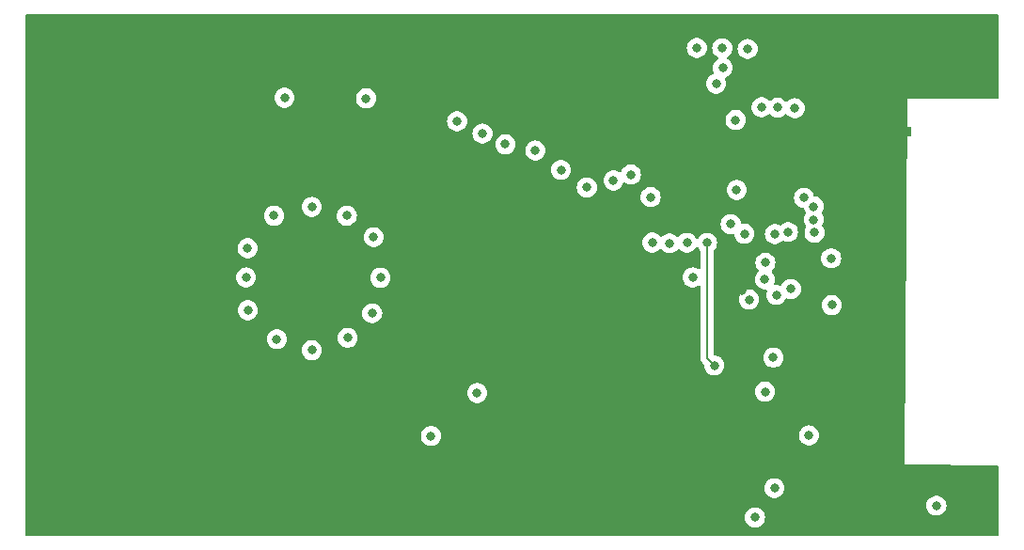
<source format=gbr>
%TF.GenerationSoftware,KiCad,Pcbnew,7.0.6*%
%TF.CreationDate,2024-11-23T01:35:08+01:00*%
%TF.ProjectId,nRF52832_visitcard,6e524635-3238-4333-925f-766973697463,v0.1*%
%TF.SameCoordinates,Original*%
%TF.FileFunction,Copper,L2,Inr*%
%TF.FilePolarity,Positive*%
%FSLAX46Y46*%
G04 Gerber Fmt 4.6, Leading zero omitted, Abs format (unit mm)*
G04 Created by KiCad (PCBNEW 7.0.6) date 2024-11-23 01:35:08*
%MOMM*%
%LPD*%
G01*
G04 APERTURE LIST*
%TA.AperFunction,ComponentPad*%
%ADD10R,0.500000X0.900000*%
%TD*%
%TA.AperFunction,ViaPad*%
%ADD11C,0.800000*%
%TD*%
%TA.AperFunction,Conductor*%
%ADD12C,0.200000*%
%TD*%
G04 APERTURE END LIST*
D10*
%TO.N,GND*%
%TO.C,AE1*%
X181102000Y-91876600D03*
%TD*%
D11*
%TO.N,VDD*%
X165531800Y-90820800D03*
X183616600Y-125552200D03*
X165633400Y-97129600D03*
X168935400Y-112217200D03*
X162052000Y-84328000D03*
X172135800Y-119227600D03*
X166744278Y-106996194D03*
X170865800Y-89763600D03*
X138099800Y-119278400D03*
X154533600Y-96266000D03*
X142265400Y-115417600D03*
X174193200Y-107492800D03*
X168198800Y-115290600D03*
%TO.N,GND*%
X187960000Y-123190000D03*
X165887400Y-110109000D03*
X109220000Y-90170000D03*
X166116000Y-106218202D03*
X137160000Y-83820000D03*
X179832000Y-109220000D03*
X168910000Y-93980000D03*
X123190000Y-120650000D03*
X109220000Y-105410000D03*
X139700000Y-83820000D03*
X167640000Y-92710000D03*
X179832000Y-97790000D03*
X114300000Y-83820000D03*
X171450000Y-127000000D03*
X179832000Y-105410000D03*
X179832000Y-116840000D03*
X179832000Y-101600000D03*
X164820600Y-104495600D03*
X116840000Y-95250000D03*
X152400000Y-83820000D03*
X179832000Y-113030000D03*
X179832000Y-104140000D03*
X179832000Y-95250000D03*
X179832000Y-87630000D03*
X179832000Y-114300000D03*
X152400000Y-107950000D03*
X185420000Y-123190000D03*
X179832000Y-115570000D03*
X179832000Y-90170000D03*
X171475400Y-83693000D03*
X179832000Y-119380000D03*
X184150000Y-87630000D03*
X114300000Y-87630000D03*
X179832000Y-99060000D03*
X173990000Y-127000000D03*
X147320000Y-113030000D03*
X109220000Y-120650000D03*
X185928000Y-125476000D03*
X185420000Y-87630000D03*
X160020000Y-88900000D03*
X119380000Y-83820000D03*
X181356000Y-87630000D03*
X149860000Y-83820000D03*
X179832000Y-102870000D03*
X182880000Y-123190000D03*
X124460000Y-83820000D03*
X121920000Y-83820000D03*
X111760000Y-88900000D03*
X154940000Y-83820000D03*
X179832000Y-111760000D03*
X124460000Y-116840000D03*
X127000000Y-83820000D03*
X186690000Y-87630000D03*
X159766000Y-84328000D03*
X179832000Y-106680000D03*
X179832000Y-123190000D03*
X179832000Y-107950000D03*
X173990000Y-110490000D03*
X179832000Y-120650000D03*
X173990000Y-116840000D03*
X179705000Y-91897200D03*
X157480000Y-83820000D03*
X182880000Y-87630000D03*
X149860000Y-110490000D03*
X157480000Y-88900000D03*
X109220000Y-96520000D03*
X179832000Y-100330000D03*
X184150000Y-123190000D03*
X113030000Y-99060000D03*
X173990000Y-113030000D03*
X179832000Y-96520000D03*
X142240000Y-83820000D03*
X169468800Y-83515200D03*
X179832000Y-118110000D03*
X179832000Y-110490000D03*
X179832000Y-88900000D03*
X144780000Y-83820000D03*
X116840000Y-83820000D03*
X179832000Y-121920000D03*
X109220000Y-113030000D03*
X186690000Y-123190000D03*
X129540000Y-83820000D03*
X154940000Y-88900000D03*
X181356000Y-123190000D03*
X168910000Y-92710000D03*
X187960000Y-87630000D03*
X163779200Y-98653600D03*
X113030000Y-124460000D03*
X132080000Y-83820000D03*
X134620000Y-83820000D03*
X147320000Y-83820000D03*
%TO.N,/SETC*%
X168173400Y-105181400D03*
X161671000Y-105003600D03*
%TO.N,/PB*%
X168224200Y-103682800D03*
X157886400Y-97764600D03*
%TO.N,/SDA*%
X170512100Y-106045000D03*
X165100002Y-100203000D03*
%TO.N,/DRSSI1*%
X169066824Y-101097073D03*
X167284400Y-126619000D03*
%TO.N,/DRSSI2*%
X174142400Y-103276400D03*
X170256200Y-100914200D03*
%TO.N,/DRSSI3*%
X172643800Y-100965000D03*
X169037000Y-123977400D03*
%TO.N,/DRSSI4*%
X172567598Y-99796600D03*
X124917200Y-88823800D03*
%TO.N,/DRSSI5*%
X172564037Y-98608693D03*
X163779200Y-87553800D03*
%TO.N,/DRSSI6*%
X171699381Y-97830054D03*
X164388800Y-86131400D03*
%TO.N,/D10*%
X121462800Y-105003600D03*
X159588200Y-101930200D03*
%TO.N,/D11*%
X121589800Y-102362000D03*
X161163000Y-101879400D03*
%TO.N,/D9*%
X121615200Y-107950000D03*
X158038800Y-101854000D03*
%TO.N,/D12*%
X123977400Y-99441000D03*
X163626800Y-112928400D03*
X162966413Y-101879387D03*
%TO.N,/D8*%
X156108400Y-95732600D03*
X124231400Y-110566200D03*
%TO.N,/D1*%
X132257800Y-88874600D03*
X127381000Y-98653600D03*
%TO.N,/D7*%
X127381000Y-111556800D03*
X152146000Y-96901000D03*
%TO.N,/D2*%
X130529650Y-99438152D03*
X140462000Y-90932000D03*
%TO.N,/D6*%
X130606800Y-110439200D03*
X149809200Y-95326200D03*
%TO.N,/D3*%
X132943600Y-101371400D03*
X142748000Y-92049600D03*
%TO.N,/D5*%
X147497800Y-93573600D03*
X132816600Y-108229400D03*
%TO.N,/D4*%
X144805400Y-93014800D03*
X133553200Y-105029000D03*
%TO.N,/DRDY*%
X169214800Y-106578400D03*
X166319200Y-101066600D03*
%TO.N,/RX*%
X167868600Y-89662000D03*
X164338000Y-84353400D03*
%TO.N,/TX*%
X169316400Y-89712800D03*
X166624000Y-84429600D03*
%TD*%
D12*
%TO.N,/D12*%
X162966413Y-101879387D02*
X162966413Y-112268013D01*
X162966413Y-112268013D02*
X163626800Y-112928400D01*
%TD*%
%TA.AperFunction,Conductor*%
%TO.N,GND*%
G36*
X189173039Y-81299685D02*
G01*
X189218794Y-81352489D01*
X189230000Y-81404000D01*
X189230000Y-88776000D01*
X189210315Y-88843039D01*
X189157511Y-88888794D01*
X189106000Y-88900000D01*
X180975000Y-88900000D01*
X180771800Y-121843800D01*
X189107120Y-121918892D01*
X189173976Y-121939180D01*
X189219254Y-121992394D01*
X189230000Y-122042887D01*
X189230000Y-128146000D01*
X189210315Y-128213039D01*
X189157511Y-128258794D01*
X189106000Y-128270000D01*
X101724000Y-128270000D01*
X101656961Y-128250315D01*
X101611206Y-128197511D01*
X101600000Y-128146000D01*
X101600000Y-126619000D01*
X166378940Y-126619000D01*
X166398726Y-126807256D01*
X166398727Y-126807259D01*
X166457218Y-126987277D01*
X166457221Y-126987284D01*
X166551867Y-127151216D01*
X166678528Y-127291887D01*
X166678529Y-127291888D01*
X166831665Y-127403148D01*
X166831670Y-127403151D01*
X167004592Y-127480142D01*
X167004597Y-127480144D01*
X167189754Y-127519500D01*
X167189755Y-127519500D01*
X167379044Y-127519500D01*
X167379046Y-127519500D01*
X167564203Y-127480144D01*
X167737130Y-127403151D01*
X167890271Y-127291888D01*
X168016933Y-127151216D01*
X168111579Y-126987284D01*
X168170074Y-126807256D01*
X168189860Y-126619000D01*
X168170074Y-126430744D01*
X168111579Y-126250716D01*
X168016933Y-126086784D01*
X167890271Y-125946112D01*
X167890270Y-125946111D01*
X167737134Y-125834851D01*
X167737129Y-125834848D01*
X167564207Y-125757857D01*
X167564202Y-125757855D01*
X167418401Y-125726865D01*
X167379046Y-125718500D01*
X167189754Y-125718500D01*
X167157297Y-125725398D01*
X167004597Y-125757855D01*
X167004592Y-125757857D01*
X166831670Y-125834848D01*
X166831665Y-125834851D01*
X166678529Y-125946111D01*
X166551866Y-126086785D01*
X166457221Y-126250715D01*
X166457218Y-126250722D01*
X166398727Y-126430740D01*
X166398726Y-126430744D01*
X166378940Y-126619000D01*
X101600000Y-126619000D01*
X101600000Y-125552200D01*
X182711140Y-125552200D01*
X182730926Y-125740456D01*
X182730927Y-125740459D01*
X182789418Y-125920477D01*
X182789421Y-125920484D01*
X182884067Y-126084416D01*
X183010729Y-126225088D01*
X183163865Y-126336348D01*
X183163870Y-126336351D01*
X183336792Y-126413342D01*
X183336797Y-126413344D01*
X183521954Y-126452700D01*
X183521955Y-126452700D01*
X183711244Y-126452700D01*
X183711246Y-126452700D01*
X183896403Y-126413344D01*
X184069330Y-126336351D01*
X184222471Y-126225088D01*
X184349133Y-126084416D01*
X184443779Y-125920484D01*
X184502274Y-125740456D01*
X184522060Y-125552200D01*
X184502274Y-125363944D01*
X184443779Y-125183916D01*
X184349133Y-125019984D01*
X184222471Y-124879312D01*
X184220528Y-124877900D01*
X184069334Y-124768051D01*
X184069329Y-124768048D01*
X183896407Y-124691057D01*
X183896402Y-124691055D01*
X183750600Y-124660065D01*
X183711246Y-124651700D01*
X183521954Y-124651700D01*
X183489497Y-124658598D01*
X183336797Y-124691055D01*
X183336792Y-124691057D01*
X183163870Y-124768048D01*
X183163865Y-124768051D01*
X183010729Y-124879311D01*
X182884066Y-125019985D01*
X182789421Y-125183915D01*
X182789418Y-125183922D01*
X182730927Y-125363940D01*
X182730926Y-125363944D01*
X182711140Y-125552200D01*
X101600000Y-125552200D01*
X101600000Y-123977400D01*
X168131540Y-123977400D01*
X168151326Y-124165656D01*
X168151327Y-124165659D01*
X168209818Y-124345677D01*
X168209821Y-124345684D01*
X168304467Y-124509616D01*
X168431129Y-124650287D01*
X168431129Y-124650288D01*
X168584265Y-124761548D01*
X168584270Y-124761551D01*
X168757192Y-124838542D01*
X168757197Y-124838544D01*
X168942354Y-124877900D01*
X168942355Y-124877900D01*
X169131644Y-124877900D01*
X169131646Y-124877900D01*
X169316803Y-124838544D01*
X169489730Y-124761551D01*
X169642871Y-124650288D01*
X169769533Y-124509616D01*
X169864179Y-124345684D01*
X169922674Y-124165656D01*
X169942460Y-123977400D01*
X169922674Y-123789144D01*
X169864179Y-123609116D01*
X169769533Y-123445184D01*
X169642871Y-123304512D01*
X169642870Y-123304511D01*
X169489734Y-123193251D01*
X169489729Y-123193248D01*
X169316807Y-123116257D01*
X169316802Y-123116255D01*
X169171000Y-123085265D01*
X169131646Y-123076900D01*
X168942354Y-123076900D01*
X168909897Y-123083798D01*
X168757197Y-123116255D01*
X168757192Y-123116257D01*
X168584270Y-123193248D01*
X168584265Y-123193251D01*
X168431129Y-123304511D01*
X168304466Y-123445185D01*
X168209821Y-123609115D01*
X168209818Y-123609122D01*
X168151327Y-123789140D01*
X168151326Y-123789144D01*
X168131540Y-123977400D01*
X101600000Y-123977400D01*
X101600000Y-119278400D01*
X137194340Y-119278400D01*
X137214126Y-119466656D01*
X137214127Y-119466659D01*
X137272618Y-119646677D01*
X137272621Y-119646684D01*
X137367267Y-119810616D01*
X137493929Y-119951287D01*
X137493929Y-119951288D01*
X137647065Y-120062548D01*
X137647070Y-120062551D01*
X137819992Y-120139542D01*
X137819997Y-120139544D01*
X138005154Y-120178900D01*
X138005155Y-120178900D01*
X138194444Y-120178900D01*
X138194446Y-120178900D01*
X138379603Y-120139544D01*
X138552530Y-120062551D01*
X138705671Y-119951288D01*
X138832333Y-119810616D01*
X138926979Y-119646684D01*
X138985474Y-119466656D01*
X139005260Y-119278400D01*
X138999921Y-119227600D01*
X171230340Y-119227600D01*
X171250126Y-119415856D01*
X171250127Y-119415859D01*
X171308618Y-119595877D01*
X171308621Y-119595884D01*
X171403267Y-119759816D01*
X171449006Y-119810614D01*
X171529929Y-119900488D01*
X171683065Y-120011748D01*
X171683070Y-120011751D01*
X171855992Y-120088742D01*
X171855997Y-120088744D01*
X172041154Y-120128100D01*
X172041155Y-120128100D01*
X172230444Y-120128100D01*
X172230446Y-120128100D01*
X172415603Y-120088744D01*
X172588530Y-120011751D01*
X172741671Y-119900488D01*
X172868333Y-119759816D01*
X172962979Y-119595884D01*
X173021474Y-119415856D01*
X173041260Y-119227600D01*
X173021474Y-119039344D01*
X172962979Y-118859316D01*
X172868333Y-118695384D01*
X172741671Y-118554712D01*
X172741670Y-118554711D01*
X172588534Y-118443451D01*
X172588529Y-118443448D01*
X172415607Y-118366457D01*
X172415602Y-118366455D01*
X172269801Y-118335465D01*
X172230446Y-118327100D01*
X172041154Y-118327100D01*
X172008697Y-118333998D01*
X171855997Y-118366455D01*
X171855992Y-118366457D01*
X171683070Y-118443448D01*
X171683065Y-118443451D01*
X171529929Y-118554711D01*
X171403266Y-118695385D01*
X171308621Y-118859315D01*
X171308618Y-118859322D01*
X171250127Y-119039340D01*
X171250126Y-119039344D01*
X171230340Y-119227600D01*
X138999921Y-119227600D01*
X138985474Y-119090144D01*
X138926979Y-118910116D01*
X138832333Y-118746184D01*
X138705671Y-118605512D01*
X138635751Y-118554712D01*
X138552534Y-118494251D01*
X138552529Y-118494248D01*
X138379607Y-118417257D01*
X138379602Y-118417255D01*
X138233800Y-118386265D01*
X138194446Y-118377900D01*
X138005154Y-118377900D01*
X137972697Y-118384798D01*
X137819997Y-118417255D01*
X137819992Y-118417257D01*
X137647070Y-118494248D01*
X137647065Y-118494251D01*
X137493929Y-118605511D01*
X137367266Y-118746185D01*
X137272621Y-118910115D01*
X137272618Y-118910122D01*
X137230633Y-119039340D01*
X137214126Y-119090144D01*
X137194340Y-119278400D01*
X101600000Y-119278400D01*
X101600000Y-115417600D01*
X141359940Y-115417600D01*
X141379726Y-115605856D01*
X141379727Y-115605859D01*
X141438218Y-115785877D01*
X141438221Y-115785884D01*
X141532867Y-115949816D01*
X141645357Y-116074748D01*
X141659529Y-116090488D01*
X141812665Y-116201748D01*
X141812670Y-116201751D01*
X141985592Y-116278742D01*
X141985597Y-116278744D01*
X142170754Y-116318100D01*
X142170755Y-116318100D01*
X142360044Y-116318100D01*
X142360046Y-116318100D01*
X142545203Y-116278744D01*
X142718130Y-116201751D01*
X142871271Y-116090488D01*
X142997933Y-115949816D01*
X143092579Y-115785884D01*
X143151074Y-115605856D01*
X143170860Y-115417600D01*
X143157512Y-115290600D01*
X167293340Y-115290600D01*
X167313126Y-115478856D01*
X167313127Y-115478859D01*
X167371618Y-115658877D01*
X167371621Y-115658884D01*
X167466267Y-115822816D01*
X167580617Y-115949814D01*
X167592929Y-115963488D01*
X167746065Y-116074748D01*
X167746070Y-116074751D01*
X167918992Y-116151742D01*
X167918997Y-116151744D01*
X168104154Y-116191100D01*
X168104155Y-116191100D01*
X168293444Y-116191100D01*
X168293446Y-116191100D01*
X168478603Y-116151744D01*
X168651530Y-116074751D01*
X168804671Y-115963488D01*
X168931333Y-115822816D01*
X169025979Y-115658884D01*
X169084474Y-115478856D01*
X169104260Y-115290600D01*
X169084474Y-115102344D01*
X169025979Y-114922316D01*
X168931333Y-114758384D01*
X168804671Y-114617712D01*
X168804670Y-114617711D01*
X168651534Y-114506451D01*
X168651529Y-114506448D01*
X168478607Y-114429457D01*
X168478602Y-114429455D01*
X168332800Y-114398465D01*
X168293446Y-114390100D01*
X168104154Y-114390100D01*
X168071697Y-114396998D01*
X167918997Y-114429455D01*
X167918992Y-114429457D01*
X167746070Y-114506448D01*
X167746065Y-114506451D01*
X167592929Y-114617711D01*
X167466266Y-114758385D01*
X167371621Y-114922315D01*
X167371618Y-114922322D01*
X167313127Y-115102340D01*
X167313126Y-115102344D01*
X167293340Y-115290600D01*
X143157512Y-115290600D01*
X143151074Y-115229344D01*
X143092579Y-115049316D01*
X142997933Y-114885384D01*
X142871271Y-114744712D01*
X142871270Y-114744711D01*
X142718134Y-114633451D01*
X142718129Y-114633448D01*
X142545207Y-114556457D01*
X142545202Y-114556455D01*
X142399401Y-114525465D01*
X142360046Y-114517100D01*
X142170754Y-114517100D01*
X142138297Y-114523998D01*
X141985597Y-114556455D01*
X141985592Y-114556457D01*
X141812670Y-114633448D01*
X141812665Y-114633451D01*
X141659529Y-114744711D01*
X141532866Y-114885385D01*
X141438221Y-115049315D01*
X141438218Y-115049322D01*
X141379727Y-115229340D01*
X141379726Y-115229344D01*
X141359940Y-115417600D01*
X101600000Y-115417600D01*
X101600000Y-111556800D01*
X126475540Y-111556800D01*
X126495326Y-111745056D01*
X126495327Y-111745059D01*
X126553818Y-111925077D01*
X126553821Y-111925084D01*
X126648467Y-112089016D01*
X126698201Y-112144251D01*
X126775129Y-112229688D01*
X126928265Y-112340948D01*
X126928270Y-112340951D01*
X127101192Y-112417942D01*
X127101197Y-112417944D01*
X127286354Y-112457300D01*
X127286355Y-112457300D01*
X127475644Y-112457300D01*
X127475646Y-112457300D01*
X127660803Y-112417944D01*
X127833730Y-112340951D01*
X127986871Y-112229688D01*
X128113533Y-112089016D01*
X128208179Y-111925084D01*
X128266674Y-111745056D01*
X128286460Y-111556800D01*
X128266674Y-111368544D01*
X128208179Y-111188516D01*
X128113533Y-111024584D01*
X127986871Y-110883912D01*
X127986870Y-110883911D01*
X127833734Y-110772651D01*
X127833729Y-110772648D01*
X127660807Y-110695657D01*
X127660802Y-110695655D01*
X127515000Y-110664665D01*
X127475646Y-110656300D01*
X127286354Y-110656300D01*
X127253897Y-110663198D01*
X127101197Y-110695655D01*
X127101192Y-110695657D01*
X126928270Y-110772648D01*
X126928265Y-110772651D01*
X126775129Y-110883911D01*
X126648466Y-111024585D01*
X126553821Y-111188515D01*
X126553818Y-111188522D01*
X126499383Y-111356057D01*
X126495326Y-111368544D01*
X126475540Y-111556800D01*
X101600000Y-111556800D01*
X101600000Y-110566200D01*
X123325940Y-110566200D01*
X123345726Y-110754456D01*
X123345727Y-110754459D01*
X123404218Y-110934477D01*
X123404221Y-110934484D01*
X123498867Y-111098416D01*
X123579993Y-111188515D01*
X123625529Y-111239088D01*
X123778665Y-111350348D01*
X123778670Y-111350351D01*
X123951592Y-111427342D01*
X123951597Y-111427344D01*
X124136754Y-111466700D01*
X124136755Y-111466700D01*
X124326044Y-111466700D01*
X124326046Y-111466700D01*
X124511203Y-111427344D01*
X124684130Y-111350351D01*
X124837271Y-111239088D01*
X124963933Y-111098416D01*
X125058579Y-110934484D01*
X125117074Y-110754456D01*
X125136860Y-110566200D01*
X125123512Y-110439200D01*
X129701340Y-110439200D01*
X129721126Y-110627456D01*
X129721127Y-110627459D01*
X129779618Y-110807477D01*
X129779621Y-110807484D01*
X129874267Y-110971416D01*
X129922140Y-111024584D01*
X130000929Y-111112088D01*
X130154065Y-111223348D01*
X130154070Y-111223351D01*
X130326992Y-111300342D01*
X130326997Y-111300344D01*
X130512154Y-111339700D01*
X130512155Y-111339700D01*
X130701444Y-111339700D01*
X130701446Y-111339700D01*
X130886603Y-111300344D01*
X131059530Y-111223351D01*
X131212671Y-111112088D01*
X131339333Y-110971416D01*
X131433979Y-110807484D01*
X131492474Y-110627456D01*
X131512260Y-110439200D01*
X131492474Y-110250944D01*
X131433979Y-110070916D01*
X131339333Y-109906984D01*
X131212671Y-109766312D01*
X131212670Y-109766311D01*
X131059534Y-109655051D01*
X131059529Y-109655048D01*
X130886607Y-109578057D01*
X130886602Y-109578055D01*
X130740801Y-109547065D01*
X130701446Y-109538700D01*
X130512154Y-109538700D01*
X130479697Y-109545598D01*
X130326997Y-109578055D01*
X130326992Y-109578057D01*
X130154070Y-109655048D01*
X130154065Y-109655051D01*
X130000929Y-109766311D01*
X129874266Y-109906985D01*
X129779621Y-110070915D01*
X129779618Y-110070922D01*
X129721127Y-110250940D01*
X129721126Y-110250944D01*
X129701340Y-110439200D01*
X125123512Y-110439200D01*
X125117074Y-110377944D01*
X125058579Y-110197916D01*
X124963933Y-110033984D01*
X124837271Y-109893312D01*
X124837270Y-109893311D01*
X124684134Y-109782051D01*
X124684129Y-109782048D01*
X124511207Y-109705057D01*
X124511202Y-109705055D01*
X124365401Y-109674065D01*
X124326046Y-109665700D01*
X124136754Y-109665700D01*
X124104297Y-109672598D01*
X123951597Y-109705055D01*
X123951592Y-109705057D01*
X123778670Y-109782048D01*
X123778665Y-109782051D01*
X123625529Y-109893311D01*
X123498866Y-110033985D01*
X123404221Y-110197915D01*
X123404218Y-110197922D01*
X123345727Y-110377940D01*
X123345726Y-110377944D01*
X123325940Y-110566200D01*
X101600000Y-110566200D01*
X101600000Y-107950000D01*
X120709740Y-107950000D01*
X120729526Y-108138256D01*
X120729527Y-108138259D01*
X120788018Y-108318277D01*
X120788021Y-108318284D01*
X120882667Y-108482216D01*
X120986629Y-108597677D01*
X121009329Y-108622888D01*
X121162465Y-108734148D01*
X121162470Y-108734151D01*
X121335392Y-108811142D01*
X121335397Y-108811144D01*
X121520554Y-108850500D01*
X121520555Y-108850500D01*
X121709844Y-108850500D01*
X121709846Y-108850500D01*
X121895003Y-108811144D01*
X122067930Y-108734151D01*
X122221071Y-108622888D01*
X122347733Y-108482216D01*
X122442379Y-108318284D01*
X122471259Y-108229400D01*
X131911140Y-108229400D01*
X131930926Y-108417656D01*
X131930927Y-108417659D01*
X131989418Y-108597677D01*
X131989421Y-108597684D01*
X132084067Y-108761616D01*
X132164099Y-108850500D01*
X132210729Y-108902288D01*
X132363865Y-109013548D01*
X132363870Y-109013551D01*
X132536792Y-109090542D01*
X132536797Y-109090544D01*
X132721954Y-109129900D01*
X132721955Y-109129900D01*
X132911244Y-109129900D01*
X132911246Y-109129900D01*
X133096403Y-109090544D01*
X133269330Y-109013551D01*
X133422471Y-108902288D01*
X133549133Y-108761616D01*
X133643779Y-108597684D01*
X133702274Y-108417656D01*
X133722060Y-108229400D01*
X133702274Y-108041144D01*
X133643779Y-107861116D01*
X133549133Y-107697184D01*
X133422471Y-107556512D01*
X133383792Y-107528410D01*
X133269334Y-107445251D01*
X133269329Y-107445248D01*
X133096407Y-107368257D01*
X133096402Y-107368255D01*
X132950601Y-107337265D01*
X132911246Y-107328900D01*
X132721954Y-107328900D01*
X132689497Y-107335798D01*
X132536797Y-107368255D01*
X132536792Y-107368257D01*
X132363870Y-107445248D01*
X132363865Y-107445251D01*
X132210729Y-107556511D01*
X132084066Y-107697185D01*
X131989421Y-107861115D01*
X131989418Y-107861122D01*
X131936167Y-108025014D01*
X131930926Y-108041144D01*
X131911140Y-108229400D01*
X122471259Y-108229400D01*
X122500874Y-108138256D01*
X122520660Y-107950000D01*
X122500874Y-107761744D01*
X122442379Y-107581716D01*
X122347733Y-107417784D01*
X122221071Y-107277112D01*
X122221070Y-107277111D01*
X122067934Y-107165851D01*
X122067929Y-107165848D01*
X121895007Y-107088857D01*
X121895002Y-107088855D01*
X121749201Y-107057865D01*
X121709846Y-107049500D01*
X121520554Y-107049500D01*
X121488097Y-107056398D01*
X121335397Y-107088855D01*
X121335392Y-107088857D01*
X121162470Y-107165848D01*
X121162465Y-107165851D01*
X121009329Y-107277111D01*
X120882666Y-107417785D01*
X120788021Y-107581715D01*
X120788018Y-107581722D01*
X120729527Y-107761740D01*
X120729526Y-107761744D01*
X120709740Y-107950000D01*
X101600000Y-107950000D01*
X101600000Y-105003600D01*
X120557340Y-105003600D01*
X120577126Y-105191856D01*
X120577127Y-105191859D01*
X120635618Y-105371877D01*
X120635621Y-105371884D01*
X120730267Y-105535816D01*
X120767887Y-105577597D01*
X120856929Y-105676488D01*
X121010065Y-105787748D01*
X121010070Y-105787751D01*
X121182992Y-105864742D01*
X121182997Y-105864744D01*
X121368154Y-105904100D01*
X121368155Y-105904100D01*
X121557444Y-105904100D01*
X121557446Y-105904100D01*
X121742603Y-105864744D01*
X121915530Y-105787751D01*
X122068671Y-105676488D01*
X122195333Y-105535816D01*
X122289979Y-105371884D01*
X122348474Y-105191856D01*
X122365590Y-105029000D01*
X132647740Y-105029000D01*
X132667526Y-105217256D01*
X132667527Y-105217259D01*
X132726018Y-105397277D01*
X132726021Y-105397284D01*
X132820667Y-105561216D01*
X132925730Y-105677900D01*
X132947329Y-105701888D01*
X133100465Y-105813148D01*
X133100470Y-105813151D01*
X133273392Y-105890142D01*
X133273397Y-105890144D01*
X133458554Y-105929500D01*
X133458555Y-105929500D01*
X133647844Y-105929500D01*
X133647846Y-105929500D01*
X133833003Y-105890144D01*
X134005930Y-105813151D01*
X134159071Y-105701888D01*
X134285733Y-105561216D01*
X134380379Y-105397284D01*
X134438874Y-105217256D01*
X134458660Y-105029000D01*
X134438874Y-104840744D01*
X134380379Y-104660716D01*
X134285733Y-104496784D01*
X134159071Y-104356112D01*
X134159070Y-104356111D01*
X134005934Y-104244851D01*
X134005929Y-104244848D01*
X133833007Y-104167857D01*
X133833002Y-104167855D01*
X133687201Y-104136865D01*
X133647846Y-104128500D01*
X133458554Y-104128500D01*
X133426097Y-104135398D01*
X133273397Y-104167855D01*
X133273392Y-104167857D01*
X133100470Y-104244848D01*
X133100465Y-104244851D01*
X132947329Y-104356111D01*
X132820666Y-104496785D01*
X132726021Y-104660715D01*
X132726018Y-104660722D01*
X132676503Y-104813115D01*
X132667526Y-104840744D01*
X132647740Y-105029000D01*
X122365590Y-105029000D01*
X122368260Y-105003600D01*
X122348474Y-104815344D01*
X122289979Y-104635316D01*
X122195333Y-104471384D01*
X122068671Y-104330712D01*
X121991686Y-104274779D01*
X121915534Y-104219451D01*
X121915529Y-104219448D01*
X121742607Y-104142457D01*
X121742602Y-104142455D01*
X121596800Y-104111465D01*
X121557446Y-104103100D01*
X121368154Y-104103100D01*
X121335697Y-104109998D01*
X121182997Y-104142455D01*
X121182992Y-104142457D01*
X121010070Y-104219448D01*
X121010065Y-104219451D01*
X120856929Y-104330711D01*
X120730266Y-104471385D01*
X120635621Y-104635315D01*
X120635618Y-104635322D01*
X120577850Y-104813115D01*
X120577126Y-104815344D01*
X120557340Y-105003600D01*
X101600000Y-105003600D01*
X101600000Y-102362000D01*
X120684340Y-102362000D01*
X120704126Y-102550256D01*
X120704127Y-102550259D01*
X120762618Y-102730277D01*
X120762621Y-102730284D01*
X120857267Y-102894216D01*
X120983928Y-103034888D01*
X120983929Y-103034888D01*
X121137065Y-103146148D01*
X121137070Y-103146151D01*
X121309992Y-103223142D01*
X121309997Y-103223144D01*
X121495154Y-103262500D01*
X121495155Y-103262500D01*
X121684444Y-103262500D01*
X121684446Y-103262500D01*
X121869603Y-103223144D01*
X122042530Y-103146151D01*
X122195671Y-103034888D01*
X122322333Y-102894216D01*
X122416979Y-102730284D01*
X122475474Y-102550256D01*
X122495260Y-102362000D01*
X122475474Y-102173744D01*
X122416979Y-101993716D01*
X122322333Y-101829784D01*
X122195671Y-101689112D01*
X122195670Y-101689111D01*
X122042534Y-101577851D01*
X122042529Y-101577848D01*
X121869607Y-101500857D01*
X121869602Y-101500855D01*
X121723801Y-101469865D01*
X121684446Y-101461500D01*
X121495154Y-101461500D01*
X121466380Y-101467616D01*
X121309997Y-101500855D01*
X121309992Y-101500857D01*
X121137070Y-101577848D01*
X121137065Y-101577851D01*
X120983929Y-101689111D01*
X120857266Y-101829785D01*
X120762621Y-101993715D01*
X120762618Y-101993722D01*
X120738596Y-102067656D01*
X120704126Y-102173744D01*
X120684340Y-102362000D01*
X101600000Y-102362000D01*
X101600000Y-101371400D01*
X132038140Y-101371400D01*
X132057926Y-101559656D01*
X132057927Y-101559659D01*
X132116418Y-101739677D01*
X132116421Y-101739684D01*
X132211067Y-101903616D01*
X132292193Y-101993715D01*
X132337729Y-102044288D01*
X132490865Y-102155548D01*
X132490870Y-102155551D01*
X132663792Y-102232542D01*
X132663797Y-102232544D01*
X132848954Y-102271900D01*
X132848955Y-102271900D01*
X133038244Y-102271900D01*
X133038246Y-102271900D01*
X133223403Y-102232544D01*
X133396330Y-102155551D01*
X133549471Y-102044288D01*
X133676133Y-101903616D01*
X133704779Y-101854000D01*
X157133340Y-101854000D01*
X157153126Y-102042256D01*
X157153127Y-102042259D01*
X157211618Y-102222277D01*
X157211621Y-102222284D01*
X157306267Y-102386216D01*
X157357557Y-102443179D01*
X157432929Y-102526888D01*
X157586065Y-102638148D01*
X157586070Y-102638151D01*
X157758992Y-102715142D01*
X157758997Y-102715144D01*
X157944154Y-102754500D01*
X157944155Y-102754500D01*
X158133444Y-102754500D01*
X158133446Y-102754500D01*
X158318603Y-102715144D01*
X158491530Y-102638151D01*
X158644671Y-102526888D01*
X158687045Y-102479826D01*
X158746530Y-102443179D01*
X158816387Y-102444508D01*
X158871344Y-102479827D01*
X158982329Y-102603088D01*
X159135465Y-102714348D01*
X159135470Y-102714351D01*
X159308392Y-102791342D01*
X159308397Y-102791344D01*
X159493554Y-102830700D01*
X159493555Y-102830700D01*
X159682844Y-102830700D01*
X159682846Y-102830700D01*
X159868003Y-102791344D01*
X160040930Y-102714351D01*
X160194071Y-102603088D01*
X160306322Y-102478420D01*
X160365806Y-102441773D01*
X160435663Y-102443103D01*
X160490618Y-102478421D01*
X160530638Y-102522867D01*
X160557129Y-102552288D01*
X160710265Y-102663548D01*
X160710270Y-102663551D01*
X160883192Y-102740542D01*
X160883197Y-102740544D01*
X161068354Y-102779900D01*
X161068355Y-102779900D01*
X161257644Y-102779900D01*
X161257646Y-102779900D01*
X161442803Y-102740544D01*
X161615730Y-102663551D01*
X161768871Y-102552288D01*
X161895533Y-102411616D01*
X161957324Y-102304589D01*
X162007889Y-102256376D01*
X162076496Y-102243152D01*
X162141361Y-102269120D01*
X162172097Y-102304592D01*
X162233876Y-102411598D01*
X162233878Y-102411601D01*
X162334063Y-102522867D01*
X162364293Y-102585858D01*
X162365913Y-102605839D01*
X162365913Y-104152041D01*
X162346228Y-104219080D01*
X162293424Y-104264835D01*
X162224266Y-104274779D01*
X162169028Y-104252359D01*
X162123734Y-104219451D01*
X162123729Y-104219448D01*
X161950807Y-104142457D01*
X161950802Y-104142455D01*
X161805001Y-104111465D01*
X161765646Y-104103100D01*
X161576354Y-104103100D01*
X161543897Y-104109998D01*
X161391197Y-104142455D01*
X161391192Y-104142457D01*
X161218270Y-104219448D01*
X161218265Y-104219451D01*
X161065129Y-104330711D01*
X160938466Y-104471385D01*
X160843821Y-104635315D01*
X160843818Y-104635322D01*
X160786050Y-104813115D01*
X160785326Y-104815344D01*
X160765540Y-105003600D01*
X160785326Y-105191856D01*
X160785327Y-105191859D01*
X160843818Y-105371877D01*
X160843821Y-105371884D01*
X160938467Y-105535816D01*
X160976087Y-105577597D01*
X161065129Y-105676488D01*
X161218265Y-105787748D01*
X161218270Y-105787751D01*
X161391192Y-105864742D01*
X161391197Y-105864744D01*
X161576354Y-105904100D01*
X161576355Y-105904100D01*
X161765644Y-105904100D01*
X161765646Y-105904100D01*
X161950803Y-105864744D01*
X162123730Y-105787751D01*
X162169029Y-105754839D01*
X162234833Y-105731360D01*
X162302887Y-105747185D01*
X162351582Y-105797290D01*
X162365913Y-105855158D01*
X162365913Y-112224584D01*
X162365382Y-112232686D01*
X162360731Y-112268012D01*
X162360731Y-112268013D01*
X162365913Y-112307373D01*
X162381368Y-112424773D01*
X162381369Y-112424775D01*
X162437431Y-112560122D01*
X162441877Y-112570854D01*
X162538131Y-112696295D01*
X162566408Y-112717993D01*
X162572498Y-112723333D01*
X162685023Y-112835858D01*
X162718506Y-112897177D01*
X162721340Y-112923536D01*
X162721339Y-112928397D01*
X162729007Y-113001348D01*
X162741126Y-113116656D01*
X162741127Y-113116659D01*
X162799618Y-113296677D01*
X162799621Y-113296684D01*
X162894267Y-113460616D01*
X163020928Y-113601287D01*
X163020929Y-113601288D01*
X163174065Y-113712548D01*
X163174070Y-113712551D01*
X163346992Y-113789542D01*
X163346997Y-113789544D01*
X163532154Y-113828900D01*
X163532155Y-113828900D01*
X163721444Y-113828900D01*
X163721446Y-113828900D01*
X163906603Y-113789544D01*
X164079530Y-113712551D01*
X164232671Y-113601288D01*
X164359333Y-113460616D01*
X164453979Y-113296684D01*
X164512474Y-113116656D01*
X164532260Y-112928400D01*
X164512474Y-112740144D01*
X164453979Y-112560116D01*
X164359333Y-112396184D01*
X164232671Y-112255512D01*
X164201254Y-112232686D01*
X164179939Y-112217200D01*
X168029940Y-112217200D01*
X168049726Y-112405456D01*
X168049727Y-112405459D01*
X168108218Y-112585477D01*
X168108221Y-112585484D01*
X168202867Y-112749416D01*
X168329529Y-112890088D01*
X168482665Y-113001348D01*
X168482670Y-113001351D01*
X168655592Y-113078342D01*
X168655597Y-113078344D01*
X168840754Y-113117700D01*
X168840755Y-113117700D01*
X169030044Y-113117700D01*
X169030046Y-113117700D01*
X169215203Y-113078344D01*
X169388130Y-113001351D01*
X169541271Y-112890088D01*
X169667933Y-112749416D01*
X169762579Y-112585484D01*
X169821074Y-112405456D01*
X169840860Y-112217200D01*
X169821074Y-112028944D01*
X169762579Y-111848916D01*
X169667933Y-111684984D01*
X169541271Y-111544312D01*
X169541270Y-111544311D01*
X169388134Y-111433051D01*
X169388129Y-111433048D01*
X169215207Y-111356057D01*
X169215202Y-111356055D01*
X169069401Y-111325065D01*
X169030046Y-111316700D01*
X168840754Y-111316700D01*
X168808297Y-111323598D01*
X168655597Y-111356055D01*
X168655592Y-111356057D01*
X168482670Y-111433048D01*
X168482665Y-111433051D01*
X168329529Y-111544311D01*
X168202866Y-111684985D01*
X168108221Y-111848915D01*
X168108218Y-111848922D01*
X168050065Y-112027900D01*
X168049726Y-112028944D01*
X168029940Y-112217200D01*
X164179939Y-112217200D01*
X164079534Y-112144251D01*
X164079529Y-112144248D01*
X163906607Y-112067257D01*
X163906602Y-112067255D01*
X163760800Y-112036265D01*
X163721446Y-112027900D01*
X163721445Y-112027900D01*
X163690913Y-112027900D01*
X163623874Y-112008215D01*
X163578119Y-111955411D01*
X163566913Y-111903900D01*
X163566913Y-106996194D01*
X165838818Y-106996194D01*
X165858604Y-107184450D01*
X165858605Y-107184453D01*
X165917096Y-107364471D01*
X165917099Y-107364478D01*
X166011745Y-107528410D01*
X166138407Y-107669081D01*
X166138407Y-107669082D01*
X166291543Y-107780342D01*
X166291548Y-107780345D01*
X166464470Y-107857336D01*
X166464475Y-107857338D01*
X166649632Y-107896694D01*
X166649633Y-107896694D01*
X166838922Y-107896694D01*
X166838924Y-107896694D01*
X167024081Y-107857338D01*
X167197008Y-107780345D01*
X167350149Y-107669082D01*
X167476811Y-107528410D01*
X167497370Y-107492800D01*
X173287740Y-107492800D01*
X173307526Y-107681056D01*
X173307527Y-107681059D01*
X173366018Y-107861077D01*
X173366021Y-107861084D01*
X173460667Y-108025016D01*
X173475189Y-108041144D01*
X173587329Y-108165688D01*
X173740465Y-108276948D01*
X173740470Y-108276951D01*
X173913392Y-108353942D01*
X173913397Y-108353944D01*
X174098554Y-108393300D01*
X174098555Y-108393300D01*
X174287844Y-108393300D01*
X174287846Y-108393300D01*
X174473003Y-108353944D01*
X174645930Y-108276951D01*
X174799071Y-108165688D01*
X174925733Y-108025016D01*
X175020379Y-107861084D01*
X175078874Y-107681056D01*
X175098660Y-107492800D01*
X175078874Y-107304544D01*
X175020379Y-107124516D01*
X174925733Y-106960584D01*
X174799071Y-106819912D01*
X174799070Y-106819911D01*
X174645934Y-106708651D01*
X174645929Y-106708648D01*
X174473007Y-106631657D01*
X174473002Y-106631655D01*
X174327201Y-106600665D01*
X174287846Y-106592300D01*
X174098554Y-106592300D01*
X174066097Y-106599198D01*
X173913397Y-106631655D01*
X173913392Y-106631657D01*
X173740470Y-106708648D01*
X173740465Y-106708651D01*
X173587329Y-106819911D01*
X173460666Y-106960585D01*
X173366021Y-107124515D01*
X173366018Y-107124522D01*
X173316439Y-107277112D01*
X173307526Y-107304544D01*
X173287740Y-107492800D01*
X167497370Y-107492800D01*
X167571457Y-107364478D01*
X167629952Y-107184450D01*
X167649738Y-106996194D01*
X167629952Y-106807938D01*
X167575390Y-106640017D01*
X167571459Y-106627916D01*
X167571458Y-106627915D01*
X167571457Y-106627910D01*
X167476811Y-106463978D01*
X167350149Y-106323306D01*
X167350148Y-106323305D01*
X167197012Y-106212045D01*
X167197007Y-106212042D01*
X167024085Y-106135051D01*
X167024080Y-106135049D01*
X166866639Y-106101585D01*
X166838924Y-106095694D01*
X166649632Y-106095694D01*
X166621917Y-106101585D01*
X166464475Y-106135049D01*
X166464470Y-106135051D01*
X166291548Y-106212042D01*
X166291543Y-106212045D01*
X166138407Y-106323305D01*
X166011744Y-106463979D01*
X165917099Y-106627909D01*
X165917096Y-106627916D01*
X165890864Y-106708651D01*
X165858604Y-106807938D01*
X165838818Y-106996194D01*
X163566913Y-106996194D01*
X163566913Y-105181400D01*
X167267940Y-105181400D01*
X167287726Y-105369656D01*
X167287727Y-105369659D01*
X167346218Y-105549677D01*
X167346221Y-105549684D01*
X167440867Y-105713616D01*
X167530489Y-105813151D01*
X167567529Y-105854288D01*
X167720665Y-105965548D01*
X167720670Y-105965551D01*
X167893592Y-106042542D01*
X167893597Y-106042544D01*
X168078754Y-106081900D01*
X168078755Y-106081900D01*
X168258609Y-106081900D01*
X168325648Y-106101585D01*
X168371403Y-106154389D01*
X168381347Y-106223547D01*
X168376540Y-106244218D01*
X168350843Y-106323305D01*
X168329126Y-106390144D01*
X168309340Y-106578400D01*
X168329126Y-106766656D01*
X168329127Y-106766659D01*
X168387618Y-106946677D01*
X168387621Y-106946684D01*
X168482267Y-107110616D01*
X168608929Y-107251287D01*
X168608929Y-107251288D01*
X168762065Y-107362548D01*
X168762070Y-107362551D01*
X168934992Y-107439542D01*
X168934997Y-107439544D01*
X169120154Y-107478900D01*
X169120155Y-107478900D01*
X169309444Y-107478900D01*
X169309446Y-107478900D01*
X169494603Y-107439544D01*
X169667530Y-107362551D01*
X169820671Y-107251288D01*
X169947333Y-107110616D01*
X170041979Y-106946684D01*
X170041979Y-106946682D01*
X170043691Y-106943718D01*
X170094257Y-106895503D01*
X170162864Y-106882279D01*
X170201514Y-106892439D01*
X170232292Y-106906142D01*
X170232297Y-106906144D01*
X170417454Y-106945500D01*
X170417455Y-106945500D01*
X170606744Y-106945500D01*
X170606746Y-106945500D01*
X170791903Y-106906144D01*
X170964830Y-106829151D01*
X171117971Y-106717888D01*
X171244633Y-106577216D01*
X171339279Y-106413284D01*
X171397774Y-106233256D01*
X171417560Y-106045000D01*
X171397774Y-105856744D01*
X171339279Y-105676716D01*
X171244633Y-105512784D01*
X171117971Y-105372112D01*
X171117970Y-105372111D01*
X170964834Y-105260851D01*
X170964829Y-105260848D01*
X170791907Y-105183857D01*
X170791902Y-105183855D01*
X170646101Y-105152865D01*
X170606746Y-105144500D01*
X170417454Y-105144500D01*
X170384997Y-105151398D01*
X170232297Y-105183855D01*
X170232292Y-105183857D01*
X170059370Y-105260848D01*
X170059365Y-105260851D01*
X169906229Y-105372111D01*
X169779565Y-105512785D01*
X169683208Y-105679682D01*
X169632641Y-105727898D01*
X169564034Y-105741121D01*
X169525385Y-105730961D01*
X169515362Y-105726498D01*
X169494602Y-105717255D01*
X169348800Y-105686265D01*
X169309446Y-105677900D01*
X169129591Y-105677900D01*
X169062552Y-105658215D01*
X169016797Y-105605411D01*
X169006853Y-105536253D01*
X169011660Y-105515582D01*
X169027633Y-105466419D01*
X169059074Y-105369656D01*
X169078860Y-105181400D01*
X169059074Y-104993144D01*
X169000579Y-104813116D01*
X168905933Y-104649184D01*
X168808324Y-104540779D01*
X168778095Y-104477789D01*
X168786720Y-104408454D01*
X168825404Y-104360218D01*
X168825241Y-104360037D01*
X168826354Y-104359034D01*
X168827596Y-104357485D01*
X168830071Y-104355688D01*
X168956733Y-104215016D01*
X169051379Y-104051084D01*
X169109874Y-103871056D01*
X169129660Y-103682800D01*
X169109874Y-103494544D01*
X169051379Y-103314516D01*
X169029373Y-103276400D01*
X173236940Y-103276400D01*
X173256726Y-103464656D01*
X173256727Y-103464659D01*
X173315218Y-103644677D01*
X173315221Y-103644684D01*
X173409867Y-103808616D01*
X173536529Y-103949288D01*
X173689665Y-104060548D01*
X173689670Y-104060551D01*
X173862592Y-104137542D01*
X173862597Y-104137544D01*
X174047754Y-104176900D01*
X174047755Y-104176900D01*
X174237044Y-104176900D01*
X174237046Y-104176900D01*
X174422203Y-104137544D01*
X174595130Y-104060551D01*
X174748271Y-103949288D01*
X174874933Y-103808616D01*
X174969579Y-103644684D01*
X175028074Y-103464656D01*
X175047860Y-103276400D01*
X175028074Y-103088144D01*
X174969579Y-102908116D01*
X174874933Y-102744184D01*
X174748271Y-102603512D01*
X174748270Y-102603511D01*
X174595134Y-102492251D01*
X174595129Y-102492248D01*
X174422207Y-102415257D01*
X174422202Y-102415255D01*
X174276400Y-102384265D01*
X174237046Y-102375900D01*
X174047754Y-102375900D01*
X174015297Y-102382798D01*
X173862597Y-102415255D01*
X173862592Y-102415257D01*
X173689670Y-102492248D01*
X173689665Y-102492251D01*
X173536529Y-102603511D01*
X173409866Y-102744185D01*
X173315221Y-102908115D01*
X173315218Y-102908122D01*
X173282145Y-103009912D01*
X173256726Y-103088144D01*
X173236940Y-103276400D01*
X169029373Y-103276400D01*
X168956733Y-103150584D01*
X168830071Y-103009912D01*
X168830070Y-103009911D01*
X168676934Y-102898651D01*
X168676929Y-102898648D01*
X168504007Y-102821657D01*
X168504002Y-102821655D01*
X168358201Y-102790665D01*
X168318846Y-102782300D01*
X168129554Y-102782300D01*
X168097097Y-102789198D01*
X167944397Y-102821655D01*
X167944392Y-102821657D01*
X167771470Y-102898648D01*
X167771465Y-102898651D01*
X167618329Y-103009911D01*
X167491666Y-103150585D01*
X167397021Y-103314515D01*
X167397018Y-103314522D01*
X167348237Y-103464656D01*
X167338526Y-103494544D01*
X167318740Y-103682800D01*
X167338526Y-103871056D01*
X167338527Y-103871059D01*
X167397018Y-104051077D01*
X167397021Y-104051084D01*
X167491667Y-104215016D01*
X167545478Y-104274779D01*
X167589274Y-104323419D01*
X167619504Y-104386410D01*
X167610879Y-104455745D01*
X167572192Y-104503990D01*
X167572353Y-104504169D01*
X167571263Y-104505150D01*
X167570018Y-104506703D01*
X167567531Y-104508510D01*
X167567523Y-104508516D01*
X167440866Y-104649185D01*
X167346221Y-104813115D01*
X167346218Y-104813122D01*
X167287727Y-104993140D01*
X167287726Y-104993144D01*
X167267940Y-105181400D01*
X163566913Y-105181400D01*
X163566913Y-102605839D01*
X163586598Y-102538800D01*
X163598763Y-102522867D01*
X163698946Y-102411603D01*
X163793592Y-102247671D01*
X163852087Y-102067643D01*
X163871873Y-101879387D01*
X163852087Y-101691131D01*
X163793592Y-101511103D01*
X163698946Y-101347171D01*
X163572284Y-101206499D01*
X163555221Y-101194102D01*
X163419147Y-101095238D01*
X163419142Y-101095235D01*
X163246220Y-101018244D01*
X163246215Y-101018242D01*
X163099924Y-100987148D01*
X163061059Y-100978887D01*
X162871767Y-100978887D01*
X162839310Y-100985785D01*
X162686610Y-101018242D01*
X162686605Y-101018244D01*
X162513683Y-101095235D01*
X162513678Y-101095238D01*
X162360542Y-101206498D01*
X162233878Y-101347172D01*
X162172089Y-101454195D01*
X162121522Y-101502411D01*
X162052915Y-101515633D01*
X161988050Y-101489665D01*
X161957317Y-101454197D01*
X161895533Y-101347184D01*
X161768871Y-101206512D01*
X161768852Y-101206498D01*
X161615734Y-101095251D01*
X161615729Y-101095248D01*
X161442807Y-101018257D01*
X161442802Y-101018255D01*
X161296450Y-100987148D01*
X161257646Y-100978900D01*
X161068354Y-100978900D01*
X161035897Y-100985798D01*
X160883197Y-101018255D01*
X160883192Y-101018257D01*
X160710270Y-101095248D01*
X160710265Y-101095251D01*
X160557132Y-101206509D01*
X160557129Y-101206511D01*
X160557129Y-101206512D01*
X160444880Y-101331177D01*
X160444879Y-101331178D01*
X160385392Y-101367826D01*
X160315535Y-101366495D01*
X160260580Y-101331177D01*
X160194071Y-101257312D01*
X160124151Y-101206512D01*
X160040934Y-101146051D01*
X160040929Y-101146048D01*
X159868007Y-101069057D01*
X159868002Y-101069055D01*
X159722201Y-101038065D01*
X159682846Y-101029700D01*
X159493554Y-101029700D01*
X159461097Y-101036598D01*
X159308397Y-101069055D01*
X159308392Y-101069057D01*
X159135470Y-101146048D01*
X159135465Y-101146051D01*
X158982329Y-101257311D01*
X158982328Y-101257312D01*
X158939954Y-101304373D01*
X158880467Y-101341021D01*
X158810610Y-101339690D01*
X158755655Y-101304372D01*
X158711070Y-101254856D01*
X158644671Y-101181112D01*
X158644670Y-101181111D01*
X158491534Y-101069851D01*
X158491529Y-101069848D01*
X158318607Y-100992857D01*
X158318602Y-100992855D01*
X158172800Y-100961865D01*
X158133446Y-100953500D01*
X157944154Y-100953500D01*
X157911697Y-100960398D01*
X157758997Y-100992855D01*
X157758992Y-100992857D01*
X157586070Y-101069848D01*
X157586065Y-101069851D01*
X157432929Y-101181111D01*
X157306266Y-101321785D01*
X157211621Y-101485715D01*
X157211618Y-101485722D01*
X157164971Y-101629289D01*
X157153126Y-101665744D01*
X157133340Y-101854000D01*
X133704779Y-101854000D01*
X133770779Y-101739684D01*
X133829274Y-101559656D01*
X133849060Y-101371400D01*
X133829274Y-101183144D01*
X133770779Y-101003116D01*
X133676133Y-100839184D01*
X133549471Y-100698512D01*
X133549470Y-100698511D01*
X133396334Y-100587251D01*
X133396329Y-100587248D01*
X133223407Y-100510257D01*
X133223402Y-100510255D01*
X133077600Y-100479265D01*
X133038246Y-100470900D01*
X132848954Y-100470900D01*
X132816497Y-100477798D01*
X132663797Y-100510255D01*
X132663792Y-100510257D01*
X132490870Y-100587248D01*
X132490865Y-100587251D01*
X132337729Y-100698511D01*
X132211066Y-100839185D01*
X132116421Y-101003115D01*
X132116418Y-101003122D01*
X132058586Y-101181112D01*
X132057926Y-101183144D01*
X132055470Y-101206512D01*
X132038656Y-101366495D01*
X132038140Y-101371400D01*
X101600000Y-101371400D01*
X101600000Y-99441000D01*
X123071940Y-99441000D01*
X123091726Y-99629256D01*
X123091727Y-99629259D01*
X123150218Y-99809277D01*
X123150221Y-99809284D01*
X123244867Y-99973216D01*
X123336960Y-100075495D01*
X123371529Y-100113888D01*
X123524665Y-100225148D01*
X123524670Y-100225151D01*
X123697592Y-100302142D01*
X123697597Y-100302144D01*
X123882754Y-100341500D01*
X123882755Y-100341500D01*
X124072044Y-100341500D01*
X124072046Y-100341500D01*
X124257203Y-100302144D01*
X124430130Y-100225151D01*
X124583271Y-100113888D01*
X124709933Y-99973216D01*
X124804579Y-99809284D01*
X124863074Y-99629256D01*
X124882860Y-99441000D01*
X124863074Y-99252744D01*
X124804579Y-99072716D01*
X124709933Y-98908784D01*
X124583271Y-98768112D01*
X124531577Y-98730554D01*
X124430134Y-98656851D01*
X124430129Y-98656848D01*
X124422834Y-98653600D01*
X126475540Y-98653600D01*
X126495326Y-98841856D01*
X126495327Y-98841859D01*
X126553818Y-99021877D01*
X126553821Y-99021884D01*
X126648467Y-99185816D01*
X126722222Y-99267729D01*
X126775129Y-99326488D01*
X126928265Y-99437748D01*
X126928270Y-99437751D01*
X127101192Y-99514742D01*
X127101197Y-99514744D01*
X127286354Y-99554100D01*
X127286355Y-99554100D01*
X127475644Y-99554100D01*
X127475646Y-99554100D01*
X127660803Y-99514744D01*
X127832829Y-99438152D01*
X129624190Y-99438152D01*
X129643976Y-99626408D01*
X129643977Y-99626411D01*
X129702468Y-99806429D01*
X129702471Y-99806436D01*
X129797117Y-99970368D01*
X129871569Y-100053055D01*
X129923779Y-100111040D01*
X130076915Y-100222300D01*
X130076920Y-100222303D01*
X130249842Y-100299294D01*
X130249847Y-100299296D01*
X130435004Y-100338652D01*
X130435005Y-100338652D01*
X130624294Y-100338652D01*
X130624296Y-100338652D01*
X130809453Y-100299296D01*
X130982380Y-100222303D01*
X131008948Y-100203000D01*
X164194542Y-100203000D01*
X164214328Y-100391256D01*
X164214329Y-100391259D01*
X164272820Y-100571277D01*
X164272823Y-100571284D01*
X164367469Y-100735216D01*
X164494131Y-100875887D01*
X164494131Y-100875888D01*
X164647267Y-100987148D01*
X164647272Y-100987151D01*
X164820194Y-101064142D01*
X164820199Y-101064144D01*
X165005356Y-101103500D01*
X165005357Y-101103500D01*
X165194646Y-101103500D01*
X165194648Y-101103500D01*
X165278041Y-101085774D01*
X165347706Y-101091090D01*
X165403439Y-101133226D01*
X165427140Y-101194100D01*
X165433526Y-101254856D01*
X165433527Y-101254859D01*
X165492018Y-101434877D01*
X165492021Y-101434884D01*
X165586667Y-101598816D01*
X165676289Y-101698351D01*
X165713329Y-101739488D01*
X165866465Y-101850748D01*
X165866470Y-101850751D01*
X166039392Y-101927742D01*
X166039397Y-101927744D01*
X166224554Y-101967100D01*
X166224555Y-101967100D01*
X166413844Y-101967100D01*
X166413846Y-101967100D01*
X166599003Y-101927744D01*
X166771930Y-101850751D01*
X166925071Y-101739488D01*
X167051733Y-101598816D01*
X167146379Y-101434884D01*
X167204874Y-101254856D01*
X167221457Y-101097073D01*
X168161364Y-101097073D01*
X168181150Y-101285329D01*
X168181151Y-101285332D01*
X168239642Y-101465350D01*
X168239645Y-101465357D01*
X168334291Y-101629289D01*
X168437787Y-101744233D01*
X168460953Y-101769961D01*
X168614089Y-101881221D01*
X168614094Y-101881224D01*
X168787016Y-101958215D01*
X168787021Y-101958217D01*
X168972178Y-101997573D01*
X168972179Y-101997573D01*
X169161468Y-101997573D01*
X169161470Y-101997573D01*
X169346627Y-101958217D01*
X169519554Y-101881224D01*
X169672695Y-101769961D01*
X169695862Y-101744231D01*
X169755345Y-101707583D01*
X169825202Y-101708912D01*
X169838447Y-101713924D01*
X169976392Y-101775342D01*
X169976397Y-101775344D01*
X170161554Y-101814700D01*
X170161555Y-101814700D01*
X170350844Y-101814700D01*
X170350846Y-101814700D01*
X170536003Y-101775344D01*
X170708930Y-101698351D01*
X170862071Y-101587088D01*
X170988733Y-101446416D01*
X171083379Y-101282484D01*
X171141874Y-101102456D01*
X171161660Y-100914200D01*
X171141874Y-100725944D01*
X171083379Y-100545916D01*
X170988733Y-100381984D01*
X170862071Y-100241312D01*
X170862063Y-100241306D01*
X170708934Y-100130051D01*
X170708929Y-100130048D01*
X170536007Y-100053057D01*
X170536002Y-100053055D01*
X170390201Y-100022065D01*
X170350846Y-100013700D01*
X170161554Y-100013700D01*
X170129097Y-100020598D01*
X169976397Y-100053055D01*
X169976392Y-100053057D01*
X169803470Y-100130048D01*
X169803465Y-100130051D01*
X169650335Y-100241306D01*
X169650331Y-100241309D01*
X169627159Y-100267044D01*
X169567671Y-100303691D01*
X169497814Y-100302358D01*
X169484575Y-100297348D01*
X169346631Y-100235930D01*
X169346626Y-100235928D01*
X169191707Y-100203000D01*
X169161470Y-100196573D01*
X168972178Y-100196573D01*
X168941941Y-100203000D01*
X168787021Y-100235928D01*
X168787016Y-100235930D01*
X168614094Y-100312921D01*
X168614089Y-100312924D01*
X168460953Y-100424184D01*
X168334290Y-100564858D01*
X168239645Y-100728788D01*
X168239642Y-100728795D01*
X168191051Y-100878344D01*
X168181150Y-100908817D01*
X168161364Y-101097073D01*
X167221457Y-101097073D01*
X167224660Y-101066600D01*
X167204874Y-100878344D01*
X167146379Y-100698316D01*
X167051733Y-100534384D01*
X166925071Y-100393712D01*
X166921691Y-100391256D01*
X166771934Y-100282451D01*
X166771929Y-100282448D01*
X166599007Y-100205457D01*
X166599002Y-100205455D01*
X166453200Y-100174465D01*
X166413846Y-100166100D01*
X166224554Y-100166100D01*
X166141159Y-100183825D01*
X166071494Y-100178509D01*
X166015761Y-100136371D01*
X165992061Y-100075498D01*
X165985676Y-100014744D01*
X165927181Y-99834716D01*
X165832535Y-99670784D01*
X165705873Y-99530112D01*
X165684718Y-99514742D01*
X165552736Y-99418851D01*
X165552731Y-99418848D01*
X165379809Y-99341857D01*
X165379804Y-99341855D01*
X165234002Y-99310865D01*
X165194648Y-99302500D01*
X165005356Y-99302500D01*
X164972899Y-99309398D01*
X164820199Y-99341855D01*
X164820194Y-99341857D01*
X164647272Y-99418848D01*
X164647267Y-99418851D01*
X164494131Y-99530111D01*
X164367468Y-99670785D01*
X164272823Y-99834715D01*
X164272820Y-99834722D01*
X164227822Y-99973214D01*
X164214328Y-100014744D01*
X164194542Y-100203000D01*
X131008948Y-100203000D01*
X131135521Y-100111040D01*
X131262183Y-99970368D01*
X131356829Y-99806436D01*
X131415324Y-99626408D01*
X131435110Y-99438152D01*
X131415324Y-99249896D01*
X131356829Y-99069868D01*
X131262183Y-98905936D01*
X131135521Y-98765264D01*
X131135520Y-98765263D01*
X130982384Y-98654003D01*
X130982379Y-98654000D01*
X130809457Y-98577009D01*
X130809452Y-98577007D01*
X130663650Y-98546017D01*
X130624296Y-98537652D01*
X130435004Y-98537652D01*
X130402547Y-98544550D01*
X130249847Y-98577007D01*
X130249842Y-98577009D01*
X130076920Y-98654000D01*
X130076915Y-98654003D01*
X129923779Y-98765263D01*
X129797116Y-98905937D01*
X129702471Y-99069867D01*
X129702468Y-99069874D01*
X129658686Y-99204623D01*
X129643976Y-99249896D01*
X129624190Y-99438152D01*
X127832829Y-99438152D01*
X127833730Y-99437751D01*
X127986871Y-99326488D01*
X128113533Y-99185816D01*
X128208179Y-99021884D01*
X128266674Y-98841856D01*
X128286460Y-98653600D01*
X128266674Y-98465344D01*
X128208179Y-98285316D01*
X128113533Y-98121384D01*
X127986871Y-97980712D01*
X127986870Y-97980711D01*
X127833734Y-97869451D01*
X127833729Y-97869448D01*
X127660807Y-97792457D01*
X127660802Y-97792455D01*
X127515000Y-97761465D01*
X127475646Y-97753100D01*
X127286354Y-97753100D01*
X127253897Y-97759998D01*
X127101197Y-97792455D01*
X127101192Y-97792457D01*
X126928270Y-97869448D01*
X126928265Y-97869451D01*
X126775129Y-97980711D01*
X126648466Y-98121385D01*
X126553821Y-98285315D01*
X126553818Y-98285322D01*
X126509917Y-98420437D01*
X126495326Y-98465344D01*
X126475540Y-98653600D01*
X124422834Y-98653600D01*
X124257207Y-98579857D01*
X124257202Y-98579855D01*
X124110850Y-98548748D01*
X124072046Y-98540500D01*
X123882754Y-98540500D01*
X123850297Y-98547398D01*
X123697597Y-98579855D01*
X123697592Y-98579857D01*
X123524670Y-98656848D01*
X123524665Y-98656851D01*
X123371529Y-98768111D01*
X123244866Y-98908785D01*
X123150221Y-99072715D01*
X123150218Y-99072722D01*
X123092651Y-99249896D01*
X123091726Y-99252744D01*
X123071940Y-99441000D01*
X101600000Y-99441000D01*
X101600000Y-96901000D01*
X151240540Y-96901000D01*
X151260326Y-97089256D01*
X151260327Y-97089259D01*
X151318818Y-97269277D01*
X151318821Y-97269284D01*
X151413467Y-97433216D01*
X151540128Y-97573888D01*
X151540129Y-97573888D01*
X151693265Y-97685148D01*
X151693270Y-97685151D01*
X151866192Y-97762142D01*
X151866197Y-97762144D01*
X152051354Y-97801500D01*
X152051355Y-97801500D01*
X152240644Y-97801500D01*
X152240646Y-97801500D01*
X152414248Y-97764600D01*
X156980940Y-97764600D01*
X157000726Y-97952856D01*
X157000727Y-97952859D01*
X157059218Y-98132877D01*
X157059221Y-98132884D01*
X157153867Y-98296816D01*
X157265173Y-98420433D01*
X157280529Y-98437488D01*
X157433665Y-98548748D01*
X157433670Y-98548751D01*
X157606592Y-98625742D01*
X157606597Y-98625744D01*
X157791754Y-98665100D01*
X157791755Y-98665100D01*
X157981044Y-98665100D01*
X157981046Y-98665100D01*
X158166203Y-98625744D01*
X158339130Y-98548751D01*
X158492271Y-98437488D01*
X158618933Y-98296816D01*
X158713579Y-98132884D01*
X158772074Y-97952856D01*
X158791860Y-97764600D01*
X158772074Y-97576344D01*
X158713579Y-97396316D01*
X158618933Y-97232384D01*
X158526386Y-97129600D01*
X164727940Y-97129600D01*
X164747726Y-97317856D01*
X164747727Y-97317859D01*
X164806218Y-97497877D01*
X164806221Y-97497884D01*
X164900867Y-97661816D01*
X165018495Y-97792455D01*
X165027529Y-97802488D01*
X165180665Y-97913748D01*
X165180670Y-97913751D01*
X165353592Y-97990742D01*
X165353597Y-97990744D01*
X165538754Y-98030100D01*
X165538755Y-98030100D01*
X165728044Y-98030100D01*
X165728046Y-98030100D01*
X165913203Y-97990744D01*
X166086130Y-97913751D01*
X166201330Y-97830054D01*
X170793921Y-97830054D01*
X170813707Y-98018310D01*
X170813708Y-98018313D01*
X170872199Y-98198331D01*
X170872202Y-98198338D01*
X170966848Y-98362270D01*
X171019222Y-98420437D01*
X171093510Y-98502942D01*
X171246646Y-98614202D01*
X171246651Y-98614205D01*
X171419573Y-98691196D01*
X171419574Y-98691196D01*
X171419578Y-98691198D01*
X171590624Y-98727554D01*
X171652105Y-98760746D01*
X171682774Y-98810526D01*
X171736855Y-98976970D01*
X171736860Y-98976982D01*
X171833132Y-99143731D01*
X171849605Y-99211631D01*
X171833133Y-99267729D01*
X171740418Y-99428318D01*
X171740416Y-99428322D01*
X171707343Y-99530112D01*
X171681924Y-99608344D01*
X171662138Y-99796600D01*
X171681924Y-99984856D01*
X171681925Y-99984859D01*
X171740416Y-100164877D01*
X171740419Y-100164884D01*
X171835065Y-100328816D01*
X171846486Y-100341500D01*
X171857787Y-100354052D01*
X171888016Y-100417044D01*
X171879390Y-100486379D01*
X171873024Y-100499022D01*
X171816620Y-100596718D01*
X171816618Y-100596722D01*
X171771620Y-100735214D01*
X171758126Y-100776744D01*
X171738340Y-100965000D01*
X171758126Y-101153256D01*
X171758127Y-101153259D01*
X171816618Y-101333277D01*
X171816621Y-101333284D01*
X171911267Y-101497216D01*
X172030185Y-101629287D01*
X172037929Y-101637888D01*
X172191065Y-101749148D01*
X172191070Y-101749151D01*
X172363992Y-101826142D01*
X172363997Y-101826144D01*
X172549154Y-101865500D01*
X172549155Y-101865500D01*
X172738444Y-101865500D01*
X172738446Y-101865500D01*
X172923603Y-101826144D01*
X173096530Y-101749151D01*
X173249671Y-101637888D01*
X173376333Y-101497216D01*
X173470979Y-101333284D01*
X173529474Y-101153256D01*
X173549260Y-100965000D01*
X173529474Y-100776744D01*
X173470979Y-100596716D01*
X173376333Y-100432784D01*
X173353610Y-100407547D01*
X173323381Y-100344555D01*
X173332007Y-100275220D01*
X173338369Y-100262584D01*
X173394777Y-100164884D01*
X173453272Y-99984856D01*
X173473058Y-99796600D01*
X173453272Y-99608344D01*
X173394777Y-99428316D01*
X173300131Y-99264384D01*
X173298502Y-99261562D01*
X173282029Y-99193661D01*
X173298502Y-99137562D01*
X173391216Y-98976977D01*
X173449711Y-98796949D01*
X173469497Y-98608693D01*
X173449711Y-98420437D01*
X173391216Y-98240409D01*
X173296570Y-98076477D01*
X173169908Y-97935805D01*
X173169907Y-97935804D01*
X173016771Y-97824544D01*
X173016766Y-97824541D01*
X172843844Y-97747550D01*
X172843839Y-97747548D01*
X172672793Y-97711192D01*
X172611311Y-97678000D01*
X172580643Y-97628220D01*
X172526562Y-97461775D01*
X172526559Y-97461769D01*
X172510073Y-97433214D01*
X172431914Y-97297838D01*
X172305252Y-97157166D01*
X172267311Y-97129600D01*
X172152115Y-97045905D01*
X172152110Y-97045902D01*
X171979188Y-96968911D01*
X171979183Y-96968909D01*
X171833381Y-96937919D01*
X171794027Y-96929554D01*
X171604735Y-96929554D01*
X171572278Y-96936452D01*
X171419578Y-96968909D01*
X171419573Y-96968911D01*
X171246651Y-97045902D01*
X171246646Y-97045905D01*
X171093510Y-97157165D01*
X170966847Y-97297839D01*
X170872202Y-97461769D01*
X170872199Y-97461776D01*
X170813708Y-97641794D01*
X170813707Y-97641798D01*
X170793921Y-97830054D01*
X166201330Y-97830054D01*
X166239271Y-97802488D01*
X166365933Y-97661816D01*
X166460579Y-97497884D01*
X166519074Y-97317856D01*
X166538860Y-97129600D01*
X166519074Y-96941344D01*
X166460579Y-96761316D01*
X166365933Y-96597384D01*
X166239271Y-96456712D01*
X166235891Y-96454256D01*
X166086134Y-96345451D01*
X166086129Y-96345448D01*
X165913207Y-96268457D01*
X165913202Y-96268455D01*
X165767401Y-96237465D01*
X165728046Y-96229100D01*
X165538754Y-96229100D01*
X165506297Y-96235998D01*
X165353597Y-96268455D01*
X165353592Y-96268457D01*
X165180670Y-96345448D01*
X165180665Y-96345451D01*
X165027529Y-96456711D01*
X164900866Y-96597385D01*
X164806221Y-96761315D01*
X164806218Y-96761322D01*
X164748524Y-96938888D01*
X164747726Y-96941344D01*
X164727940Y-97129600D01*
X158526386Y-97129600D01*
X158492271Y-97091712D01*
X158488891Y-97089256D01*
X158339134Y-96980451D01*
X158339129Y-96980448D01*
X158166207Y-96903457D01*
X158166202Y-96903455D01*
X158020401Y-96872465D01*
X157981046Y-96864100D01*
X157791754Y-96864100D01*
X157759297Y-96870998D01*
X157606597Y-96903455D01*
X157606592Y-96903457D01*
X157433670Y-96980448D01*
X157433665Y-96980451D01*
X157280529Y-97091711D01*
X157153866Y-97232385D01*
X157059221Y-97396315D01*
X157059218Y-97396322D01*
X157026219Y-97497884D01*
X157000726Y-97576344D01*
X156980940Y-97764600D01*
X152414248Y-97764600D01*
X152425803Y-97762144D01*
X152598730Y-97685151D01*
X152751871Y-97573888D01*
X152878533Y-97433216D01*
X152973179Y-97269284D01*
X153031674Y-97089256D01*
X153051460Y-96901000D01*
X153031674Y-96712744D01*
X152973179Y-96532716D01*
X152878533Y-96368784D01*
X152785986Y-96266000D01*
X153628140Y-96266000D01*
X153647926Y-96454256D01*
X153647927Y-96454259D01*
X153706418Y-96634277D01*
X153706421Y-96634284D01*
X153801067Y-96798216D01*
X153895825Y-96903455D01*
X153927729Y-96938888D01*
X154080865Y-97050148D01*
X154080870Y-97050151D01*
X154253792Y-97127142D01*
X154253797Y-97127144D01*
X154438954Y-97166500D01*
X154438955Y-97166500D01*
X154628244Y-97166500D01*
X154628246Y-97166500D01*
X154813403Y-97127144D01*
X154986330Y-97050151D01*
X155139471Y-96938888D01*
X155266133Y-96798216D01*
X155360779Y-96634284D01*
X155395253Y-96528181D01*
X155434690Y-96470508D01*
X155499048Y-96443309D01*
X155567895Y-96455223D01*
X155586063Y-96466178D01*
X155655666Y-96516748D01*
X155655670Y-96516751D01*
X155828592Y-96593742D01*
X155828597Y-96593744D01*
X156013754Y-96633100D01*
X156013755Y-96633100D01*
X156203044Y-96633100D01*
X156203046Y-96633100D01*
X156388203Y-96593744D01*
X156561130Y-96516751D01*
X156714271Y-96405488D01*
X156840933Y-96264816D01*
X156935579Y-96100884D01*
X156994074Y-95920856D01*
X157013860Y-95732600D01*
X156994074Y-95544344D01*
X156935579Y-95364316D01*
X156840933Y-95200384D01*
X156714271Y-95059712D01*
X156714270Y-95059711D01*
X156561134Y-94948451D01*
X156561129Y-94948448D01*
X156388207Y-94871457D01*
X156388202Y-94871455D01*
X156242400Y-94840465D01*
X156203046Y-94832100D01*
X156013754Y-94832100D01*
X155981297Y-94838998D01*
X155828597Y-94871455D01*
X155828592Y-94871457D01*
X155655670Y-94948448D01*
X155655665Y-94948451D01*
X155502529Y-95059711D01*
X155375866Y-95200385D01*
X155281221Y-95364315D01*
X155281219Y-95364319D01*
X155246746Y-95470417D01*
X155207308Y-95528092D01*
X155142949Y-95555290D01*
X155074103Y-95543375D01*
X155055933Y-95532418D01*
X154986330Y-95481849D01*
X154986329Y-95481848D01*
X154813407Y-95404857D01*
X154813402Y-95404855D01*
X154667601Y-95373865D01*
X154628246Y-95365500D01*
X154438954Y-95365500D01*
X154406497Y-95372398D01*
X154253797Y-95404855D01*
X154253792Y-95404857D01*
X154080870Y-95481848D01*
X154080865Y-95481851D01*
X153927729Y-95593111D01*
X153801066Y-95733785D01*
X153706421Y-95897715D01*
X153706418Y-95897722D01*
X153660236Y-96039857D01*
X153647926Y-96077744D01*
X153628140Y-96266000D01*
X152785986Y-96266000D01*
X152751871Y-96228112D01*
X152749928Y-96226700D01*
X152598734Y-96116851D01*
X152598729Y-96116848D01*
X152425807Y-96039857D01*
X152425802Y-96039855D01*
X152280000Y-96008865D01*
X152240646Y-96000500D01*
X152051354Y-96000500D01*
X152018897Y-96007398D01*
X151866197Y-96039855D01*
X151866192Y-96039857D01*
X151693270Y-96116848D01*
X151693265Y-96116851D01*
X151540129Y-96228111D01*
X151413466Y-96368785D01*
X151318821Y-96532715D01*
X151318818Y-96532722D01*
X151285821Y-96634278D01*
X151260326Y-96712744D01*
X151240540Y-96901000D01*
X101600000Y-96901000D01*
X101600000Y-95326200D01*
X148903740Y-95326200D01*
X148923526Y-95514456D01*
X148923527Y-95514459D01*
X148982018Y-95694477D01*
X148982021Y-95694484D01*
X149076667Y-95858416D01*
X149203328Y-95999087D01*
X149203329Y-95999088D01*
X149356465Y-96110348D01*
X149356470Y-96110351D01*
X149529392Y-96187342D01*
X149529397Y-96187344D01*
X149714554Y-96226700D01*
X149714555Y-96226700D01*
X149903844Y-96226700D01*
X149903846Y-96226700D01*
X150089003Y-96187344D01*
X150261930Y-96110351D01*
X150415071Y-95999088D01*
X150541733Y-95858416D01*
X150636379Y-95694484D01*
X150694874Y-95514456D01*
X150714660Y-95326200D01*
X150694874Y-95137944D01*
X150636379Y-94957916D01*
X150541733Y-94793984D01*
X150415071Y-94653312D01*
X150415070Y-94653311D01*
X150261934Y-94542051D01*
X150261929Y-94542048D01*
X150089007Y-94465057D01*
X150089002Y-94465055D01*
X149943201Y-94434065D01*
X149903846Y-94425700D01*
X149714554Y-94425700D01*
X149682097Y-94432598D01*
X149529397Y-94465055D01*
X149529392Y-94465057D01*
X149356470Y-94542048D01*
X149356465Y-94542051D01*
X149203329Y-94653311D01*
X149076666Y-94793985D01*
X148982021Y-94957915D01*
X148982018Y-94957922D01*
X148948945Y-95059712D01*
X148923526Y-95137944D01*
X148903740Y-95326200D01*
X101600000Y-95326200D01*
X101600000Y-93014800D01*
X143899940Y-93014800D01*
X143919726Y-93203056D01*
X143919727Y-93203059D01*
X143978218Y-93383077D01*
X143978221Y-93383084D01*
X144072867Y-93547016D01*
X144199529Y-93687687D01*
X144199529Y-93687688D01*
X144352665Y-93798948D01*
X144352670Y-93798951D01*
X144525592Y-93875942D01*
X144525597Y-93875944D01*
X144710754Y-93915300D01*
X144710755Y-93915300D01*
X144900044Y-93915300D01*
X144900046Y-93915300D01*
X145085203Y-93875944D01*
X145258130Y-93798951D01*
X145411271Y-93687688D01*
X145513997Y-93573600D01*
X146592340Y-93573600D01*
X146612126Y-93761856D01*
X146612127Y-93761859D01*
X146670618Y-93941877D01*
X146670621Y-93941884D01*
X146765267Y-94105816D01*
X146891928Y-94246487D01*
X146891929Y-94246488D01*
X147045065Y-94357748D01*
X147045070Y-94357751D01*
X147217992Y-94434742D01*
X147217997Y-94434744D01*
X147403154Y-94474100D01*
X147403155Y-94474100D01*
X147592444Y-94474100D01*
X147592446Y-94474100D01*
X147777603Y-94434744D01*
X147950530Y-94357751D01*
X148103671Y-94246488D01*
X148230333Y-94105816D01*
X148324979Y-93941884D01*
X148383474Y-93761856D01*
X148403260Y-93573600D01*
X148383474Y-93385344D01*
X148324979Y-93205316D01*
X148230333Y-93041384D01*
X148103671Y-92900712D01*
X148103670Y-92900711D01*
X147950534Y-92789451D01*
X147950529Y-92789448D01*
X147777607Y-92712457D01*
X147777602Y-92712455D01*
X147631801Y-92681465D01*
X147592446Y-92673100D01*
X147403154Y-92673100D01*
X147370697Y-92679998D01*
X147217997Y-92712455D01*
X147217992Y-92712457D01*
X147045070Y-92789448D01*
X147045065Y-92789451D01*
X146891929Y-92900711D01*
X146765266Y-93041385D01*
X146670621Y-93205315D01*
X146670618Y-93205322D01*
X146612860Y-93383084D01*
X146612126Y-93385344D01*
X146592340Y-93573600D01*
X145513997Y-93573600D01*
X145537933Y-93547016D01*
X145632579Y-93383084D01*
X145691074Y-93203056D01*
X145710860Y-93014800D01*
X145691074Y-92826544D01*
X145632579Y-92646516D01*
X145537933Y-92482584D01*
X145411271Y-92341912D01*
X145411270Y-92341911D01*
X145258134Y-92230651D01*
X145258129Y-92230648D01*
X145085207Y-92153657D01*
X145085202Y-92153655D01*
X144939401Y-92122665D01*
X144900046Y-92114300D01*
X144710754Y-92114300D01*
X144678297Y-92121198D01*
X144525597Y-92153655D01*
X144525592Y-92153657D01*
X144352670Y-92230648D01*
X144352665Y-92230651D01*
X144199529Y-92341911D01*
X144072866Y-92482585D01*
X143978221Y-92646515D01*
X143978218Y-92646522D01*
X143931779Y-92789448D01*
X143919726Y-92826544D01*
X143899940Y-93014800D01*
X101600000Y-93014800D01*
X101600000Y-92049600D01*
X141842540Y-92049600D01*
X141862326Y-92237856D01*
X141862327Y-92237859D01*
X141920818Y-92417877D01*
X141920821Y-92417884D01*
X142015467Y-92581816D01*
X142073729Y-92646522D01*
X142142129Y-92722488D01*
X142295265Y-92833748D01*
X142295270Y-92833751D01*
X142468192Y-92910742D01*
X142468197Y-92910744D01*
X142653354Y-92950100D01*
X142653355Y-92950100D01*
X142842644Y-92950100D01*
X142842646Y-92950100D01*
X143027803Y-92910744D01*
X143200730Y-92833751D01*
X143353871Y-92722488D01*
X143480533Y-92581816D01*
X143575179Y-92417884D01*
X143633674Y-92237856D01*
X143653460Y-92049600D01*
X143633674Y-91861344D01*
X143575179Y-91681316D01*
X143480533Y-91517384D01*
X143353871Y-91376712D01*
X143353870Y-91376711D01*
X143200734Y-91265451D01*
X143200729Y-91265448D01*
X143027807Y-91188457D01*
X143027802Y-91188455D01*
X142882000Y-91157465D01*
X142842646Y-91149100D01*
X142653354Y-91149100D01*
X142620897Y-91155998D01*
X142468197Y-91188455D01*
X142468192Y-91188457D01*
X142295270Y-91265448D01*
X142295265Y-91265451D01*
X142142129Y-91376711D01*
X142015466Y-91517385D01*
X141920821Y-91681315D01*
X141920818Y-91681322D01*
X141871698Y-91832500D01*
X141862326Y-91861344D01*
X141842540Y-92049600D01*
X101600000Y-92049600D01*
X101600000Y-90932000D01*
X139556540Y-90932000D01*
X139576326Y-91120256D01*
X139576327Y-91120259D01*
X139634818Y-91300277D01*
X139634821Y-91300284D01*
X139729467Y-91464216D01*
X139756004Y-91493688D01*
X139856129Y-91604888D01*
X140009265Y-91716148D01*
X140009270Y-91716151D01*
X140182192Y-91793142D01*
X140182197Y-91793144D01*
X140367354Y-91832500D01*
X140367355Y-91832500D01*
X140556644Y-91832500D01*
X140556646Y-91832500D01*
X140741803Y-91793144D01*
X140914730Y-91716151D01*
X141067871Y-91604888D01*
X141194533Y-91464216D01*
X141289179Y-91300284D01*
X141347674Y-91120256D01*
X141367460Y-90932000D01*
X141355773Y-90820800D01*
X164626340Y-90820800D01*
X164646126Y-91009056D01*
X164646127Y-91009059D01*
X164704618Y-91189077D01*
X164704621Y-91189084D01*
X164799267Y-91353016D01*
X164899392Y-91464216D01*
X164925929Y-91493688D01*
X165079065Y-91604948D01*
X165079070Y-91604951D01*
X165251992Y-91681942D01*
X165251997Y-91681944D01*
X165437154Y-91721300D01*
X165437155Y-91721300D01*
X165626444Y-91721300D01*
X165626446Y-91721300D01*
X165811603Y-91681944D01*
X165984530Y-91604951D01*
X166137671Y-91493688D01*
X166264333Y-91353016D01*
X166358979Y-91189084D01*
X166417474Y-91009056D01*
X166437260Y-90820800D01*
X166417474Y-90632544D01*
X166358979Y-90452516D01*
X166264333Y-90288584D01*
X166137671Y-90147912D01*
X166137587Y-90147851D01*
X165984534Y-90036651D01*
X165984529Y-90036648D01*
X165811607Y-89959657D01*
X165811602Y-89959655D01*
X165665800Y-89928665D01*
X165626446Y-89920300D01*
X165437154Y-89920300D01*
X165404697Y-89927198D01*
X165251997Y-89959655D01*
X165251992Y-89959657D01*
X165079070Y-90036648D01*
X165079065Y-90036651D01*
X164925929Y-90147911D01*
X164799266Y-90288585D01*
X164704621Y-90452515D01*
X164704618Y-90452522D01*
X164648661Y-90624742D01*
X164646126Y-90632544D01*
X164626340Y-90820800D01*
X141355773Y-90820800D01*
X141347674Y-90743744D01*
X141289179Y-90563716D01*
X141194533Y-90399784D01*
X141067871Y-90259112D01*
X141067870Y-90259111D01*
X140914734Y-90147851D01*
X140914729Y-90147848D01*
X140741807Y-90070857D01*
X140741802Y-90070855D01*
X140596001Y-90039865D01*
X140556646Y-90031500D01*
X140367354Y-90031500D01*
X140343130Y-90036649D01*
X140182197Y-90070855D01*
X140182192Y-90070857D01*
X140009270Y-90147848D01*
X140009265Y-90147851D01*
X139856129Y-90259111D01*
X139729466Y-90399785D01*
X139634821Y-90563715D01*
X139634818Y-90563722D01*
X139576327Y-90743740D01*
X139576326Y-90743744D01*
X139556540Y-90932000D01*
X101600000Y-90932000D01*
X101600000Y-88823800D01*
X124011740Y-88823800D01*
X124031526Y-89012056D01*
X124031527Y-89012059D01*
X124090018Y-89192077D01*
X124090021Y-89192084D01*
X124184667Y-89356016D01*
X124290670Y-89473744D01*
X124311329Y-89496688D01*
X124464465Y-89607948D01*
X124464470Y-89607951D01*
X124637392Y-89684942D01*
X124637397Y-89684944D01*
X124822554Y-89724300D01*
X124822555Y-89724300D01*
X125011844Y-89724300D01*
X125011846Y-89724300D01*
X125197003Y-89684944D01*
X125369930Y-89607951D01*
X125523071Y-89496688D01*
X125649733Y-89356016D01*
X125744379Y-89192084D01*
X125802874Y-89012056D01*
X125817321Y-88874600D01*
X131352340Y-88874600D01*
X131372126Y-89062856D01*
X131372127Y-89062859D01*
X131430618Y-89242877D01*
X131430621Y-89242884D01*
X131525267Y-89406816D01*
X131651928Y-89547488D01*
X131651929Y-89547488D01*
X131805065Y-89658748D01*
X131805070Y-89658751D01*
X131977992Y-89735742D01*
X131977997Y-89735744D01*
X132163154Y-89775100D01*
X132163155Y-89775100D01*
X132352444Y-89775100D01*
X132352446Y-89775100D01*
X132537603Y-89735744D01*
X132703233Y-89662000D01*
X166963140Y-89662000D01*
X166982926Y-89850256D01*
X166982927Y-89850259D01*
X167041418Y-90030277D01*
X167041421Y-90030284D01*
X167136067Y-90194216D01*
X167254661Y-90325928D01*
X167262729Y-90334888D01*
X167415865Y-90446148D01*
X167415870Y-90446151D01*
X167588792Y-90523142D01*
X167588797Y-90523144D01*
X167773954Y-90562500D01*
X167773955Y-90562500D01*
X167963244Y-90562500D01*
X167963246Y-90562500D01*
X168148403Y-90523144D01*
X168321330Y-90446151D01*
X168474471Y-90334888D01*
X168474475Y-90334884D01*
X168477479Y-90331548D01*
X168536965Y-90294899D01*
X168606822Y-90296228D01*
X168661780Y-90331547D01*
X168710529Y-90385688D01*
X168863665Y-90496948D01*
X168863670Y-90496951D01*
X169036592Y-90573942D01*
X169036597Y-90573944D01*
X169221754Y-90613300D01*
X169221755Y-90613300D01*
X169411044Y-90613300D01*
X169411046Y-90613300D01*
X169596203Y-90573944D01*
X169769130Y-90496951D01*
X169922271Y-90385688D01*
X169976080Y-90325926D01*
X170035565Y-90289279D01*
X170105422Y-90290608D01*
X170160379Y-90325927D01*
X170259929Y-90436488D01*
X170413065Y-90547748D01*
X170413070Y-90547751D01*
X170585992Y-90624742D01*
X170585997Y-90624744D01*
X170771154Y-90664100D01*
X170771155Y-90664100D01*
X170960444Y-90664100D01*
X170960446Y-90664100D01*
X171145603Y-90624744D01*
X171318530Y-90547751D01*
X171471671Y-90436488D01*
X171598333Y-90295816D01*
X171692979Y-90131884D01*
X171751474Y-89951856D01*
X171771260Y-89763600D01*
X171751474Y-89575344D01*
X171692979Y-89395316D01*
X171598333Y-89231384D01*
X171471671Y-89090712D01*
X171454958Y-89078569D01*
X171318534Y-88979451D01*
X171318529Y-88979448D01*
X171145607Y-88902457D01*
X171145602Y-88902455D01*
X170999801Y-88871465D01*
X170960446Y-88863100D01*
X170771154Y-88863100D01*
X170738697Y-88869998D01*
X170585997Y-88902455D01*
X170585992Y-88902457D01*
X170413070Y-88979448D01*
X170413065Y-88979451D01*
X170259929Y-89090711D01*
X170259928Y-89090712D01*
X170206119Y-89150473D01*
X170146632Y-89187121D01*
X170076775Y-89185790D01*
X170021820Y-89150472D01*
X169922270Y-89039911D01*
X169769134Y-88928651D01*
X169769129Y-88928648D01*
X169596207Y-88851657D01*
X169596202Y-88851655D01*
X169450400Y-88820665D01*
X169411046Y-88812300D01*
X169221754Y-88812300D01*
X169189297Y-88819198D01*
X169036597Y-88851655D01*
X169036592Y-88851657D01*
X168863670Y-88928648D01*
X168863665Y-88928651D01*
X168710531Y-89039910D01*
X168710524Y-89039916D01*
X168707515Y-89043258D01*
X168648027Y-89079903D01*
X168578170Y-89078569D01*
X168523220Y-89043253D01*
X168474470Y-88989111D01*
X168321334Y-88877851D01*
X168321329Y-88877848D01*
X168148407Y-88800857D01*
X168148402Y-88800855D01*
X168002600Y-88769865D01*
X167963246Y-88761500D01*
X167773954Y-88761500D01*
X167741497Y-88768398D01*
X167588797Y-88800855D01*
X167588792Y-88800857D01*
X167415870Y-88877848D01*
X167415865Y-88877851D01*
X167262729Y-88989111D01*
X167136066Y-89129785D01*
X167041421Y-89293715D01*
X167041418Y-89293722D01*
X167004672Y-89406816D01*
X166982926Y-89473744D01*
X166963140Y-89662000D01*
X132703233Y-89662000D01*
X132710530Y-89658751D01*
X132863671Y-89547488D01*
X132990333Y-89406816D01*
X133084979Y-89242884D01*
X133143474Y-89062856D01*
X133163260Y-88874600D01*
X133143474Y-88686344D01*
X133084979Y-88506316D01*
X132990333Y-88342384D01*
X132863671Y-88201712D01*
X132793751Y-88150912D01*
X132710534Y-88090451D01*
X132710529Y-88090448D01*
X132537607Y-88013457D01*
X132537602Y-88013455D01*
X132391801Y-87982465D01*
X132352446Y-87974100D01*
X132163154Y-87974100D01*
X132130697Y-87980998D01*
X131977997Y-88013455D01*
X131977992Y-88013457D01*
X131805070Y-88090448D01*
X131805065Y-88090451D01*
X131651929Y-88201711D01*
X131525266Y-88342385D01*
X131430621Y-88506315D01*
X131430618Y-88506322D01*
X131388633Y-88635540D01*
X131372126Y-88686344D01*
X131352340Y-88874600D01*
X125817321Y-88874600D01*
X125822660Y-88823800D01*
X125802874Y-88635544D01*
X125744379Y-88455516D01*
X125649733Y-88291584D01*
X125523071Y-88150912D01*
X125523070Y-88150911D01*
X125369934Y-88039651D01*
X125369929Y-88039648D01*
X125197007Y-87962657D01*
X125197002Y-87962655D01*
X125051200Y-87931665D01*
X125011846Y-87923300D01*
X124822554Y-87923300D01*
X124790097Y-87930198D01*
X124637397Y-87962655D01*
X124637392Y-87962657D01*
X124464470Y-88039648D01*
X124464465Y-88039651D01*
X124311329Y-88150911D01*
X124184666Y-88291585D01*
X124090021Y-88455515D01*
X124090018Y-88455522D01*
X124031527Y-88635540D01*
X124031526Y-88635544D01*
X124011740Y-88823800D01*
X101600000Y-88823800D01*
X101600000Y-87553800D01*
X162873740Y-87553800D01*
X162893526Y-87742056D01*
X162893527Y-87742059D01*
X162952018Y-87922077D01*
X162952021Y-87922084D01*
X163046667Y-88086016D01*
X163173328Y-88226688D01*
X163173329Y-88226688D01*
X163326465Y-88337948D01*
X163326470Y-88337951D01*
X163499392Y-88414942D01*
X163499397Y-88414944D01*
X163684554Y-88454300D01*
X163684555Y-88454300D01*
X163873844Y-88454300D01*
X163873846Y-88454300D01*
X164059003Y-88414944D01*
X164231930Y-88337951D01*
X164385071Y-88226688D01*
X164511733Y-88086016D01*
X164606379Y-87922084D01*
X164664874Y-87742056D01*
X164684660Y-87553800D01*
X164664874Y-87365544D01*
X164606379Y-87185516D01*
X164598957Y-87172661D01*
X164582484Y-87104764D01*
X164605335Y-87038737D01*
X164660256Y-86995545D01*
X164668039Y-86992727D01*
X164668593Y-86992545D01*
X164668603Y-86992544D01*
X164841530Y-86915551D01*
X164994671Y-86804288D01*
X165121333Y-86663616D01*
X165215979Y-86499684D01*
X165274474Y-86319656D01*
X165294260Y-86131400D01*
X165274474Y-85943144D01*
X165215979Y-85763116D01*
X165121333Y-85599184D01*
X164994671Y-85458512D01*
X164994670Y-85458511D01*
X164841534Y-85347251D01*
X164841529Y-85347248D01*
X164827279Y-85340904D01*
X164774042Y-85295654D01*
X164753721Y-85228805D01*
X164772767Y-85161581D01*
X164804830Y-85127307D01*
X164838990Y-85102488D01*
X164943871Y-85026288D01*
X165070533Y-84885616D01*
X165165179Y-84721684D01*
X165223674Y-84541656D01*
X165235451Y-84429600D01*
X165718540Y-84429600D01*
X165738326Y-84617856D01*
X165738327Y-84617859D01*
X165796818Y-84797877D01*
X165796821Y-84797884D01*
X165891467Y-84961816D01*
X165926648Y-85000888D01*
X166018129Y-85102488D01*
X166171265Y-85213748D01*
X166171270Y-85213751D01*
X166344192Y-85290742D01*
X166344197Y-85290744D01*
X166529354Y-85330100D01*
X166529355Y-85330100D01*
X166718644Y-85330100D01*
X166718646Y-85330100D01*
X166903803Y-85290744D01*
X167076730Y-85213751D01*
X167229871Y-85102488D01*
X167356533Y-84961816D01*
X167451179Y-84797884D01*
X167509674Y-84617856D01*
X167529460Y-84429600D01*
X167509674Y-84241344D01*
X167451179Y-84061316D01*
X167356533Y-83897384D01*
X167229871Y-83756712D01*
X167229870Y-83756711D01*
X167076734Y-83645451D01*
X167076729Y-83645448D01*
X166903807Y-83568457D01*
X166903802Y-83568455D01*
X166758001Y-83537465D01*
X166718646Y-83529100D01*
X166529354Y-83529100D01*
X166496897Y-83535998D01*
X166344197Y-83568455D01*
X166344192Y-83568457D01*
X166171270Y-83645448D01*
X166171265Y-83645451D01*
X166018129Y-83756711D01*
X165891466Y-83897385D01*
X165796821Y-84061315D01*
X165796818Y-84061322D01*
X165738327Y-84241340D01*
X165738326Y-84241344D01*
X165718540Y-84429600D01*
X165235451Y-84429600D01*
X165243460Y-84353400D01*
X165223674Y-84165144D01*
X165165179Y-83985116D01*
X165070533Y-83821184D01*
X164943871Y-83680512D01*
X164908911Y-83655112D01*
X164790734Y-83569251D01*
X164790729Y-83569248D01*
X164617807Y-83492257D01*
X164617802Y-83492255D01*
X164472000Y-83461265D01*
X164432646Y-83452900D01*
X164243354Y-83452900D01*
X164210897Y-83459798D01*
X164058197Y-83492255D01*
X164058192Y-83492257D01*
X163885270Y-83569248D01*
X163885265Y-83569251D01*
X163732129Y-83680511D01*
X163605466Y-83821185D01*
X163510821Y-83985115D01*
X163510818Y-83985122D01*
X163460580Y-84139740D01*
X163452326Y-84165144D01*
X163432540Y-84353400D01*
X163452326Y-84541656D01*
X163452327Y-84541659D01*
X163510818Y-84721677D01*
X163510821Y-84721684D01*
X163605467Y-84885616D01*
X163674078Y-84961816D01*
X163732129Y-85026288D01*
X163885265Y-85137548D01*
X163885266Y-85137548D01*
X163885270Y-85137551D01*
X163899519Y-85143895D01*
X163952755Y-85189143D01*
X163973078Y-85255992D01*
X163954034Y-85323216D01*
X163921970Y-85357492D01*
X163782927Y-85458513D01*
X163656266Y-85599185D01*
X163561621Y-85763115D01*
X163561618Y-85763122D01*
X163503127Y-85943140D01*
X163503126Y-85943144D01*
X163483340Y-86131400D01*
X163503126Y-86319656D01*
X163503127Y-86319659D01*
X163561621Y-86499685D01*
X163569041Y-86512537D01*
X163585514Y-86580437D01*
X163562661Y-86646464D01*
X163507740Y-86689655D01*
X163499985Y-86692464D01*
X163499399Y-86692654D01*
X163326470Y-86769648D01*
X163326465Y-86769651D01*
X163173329Y-86880911D01*
X163046666Y-87021585D01*
X162952021Y-87185515D01*
X162952018Y-87185522D01*
X162893527Y-87365540D01*
X162893526Y-87365544D01*
X162873740Y-87553800D01*
X101600000Y-87553800D01*
X101600000Y-84328000D01*
X161146540Y-84328000D01*
X161166326Y-84516256D01*
X161166327Y-84516259D01*
X161224818Y-84696277D01*
X161224821Y-84696284D01*
X161319467Y-84860216D01*
X161446129Y-85000888D01*
X161599265Y-85112148D01*
X161599270Y-85112151D01*
X161772192Y-85189142D01*
X161772195Y-85189143D01*
X161772197Y-85189144D01*
X161957354Y-85228500D01*
X161957355Y-85228500D01*
X162146644Y-85228500D01*
X162146646Y-85228500D01*
X162331803Y-85189144D01*
X162504730Y-85112151D01*
X162657871Y-85000888D01*
X162784533Y-84860216D01*
X162879179Y-84696284D01*
X162937674Y-84516256D01*
X162957460Y-84328000D01*
X162937674Y-84139744D01*
X162879179Y-83959716D01*
X162784533Y-83795784D01*
X162657871Y-83655112D01*
X162644570Y-83645448D01*
X162504734Y-83543851D01*
X162504729Y-83543848D01*
X162331807Y-83466857D01*
X162331802Y-83466855D01*
X162186001Y-83435865D01*
X162146646Y-83427500D01*
X161957354Y-83427500D01*
X161924897Y-83434398D01*
X161772197Y-83466855D01*
X161772192Y-83466857D01*
X161599270Y-83543848D01*
X161599265Y-83543851D01*
X161446129Y-83655111D01*
X161319466Y-83795785D01*
X161224821Y-83959715D01*
X161224818Y-83959722D01*
X161166327Y-84139740D01*
X161166326Y-84139744D01*
X161146540Y-84328000D01*
X101600000Y-84328000D01*
X101600000Y-81404000D01*
X101619685Y-81336961D01*
X101672489Y-81291206D01*
X101724000Y-81280000D01*
X189106000Y-81280000D01*
X189173039Y-81299685D01*
G37*
%TD.AperFunction*%
%TD*%
M02*

</source>
